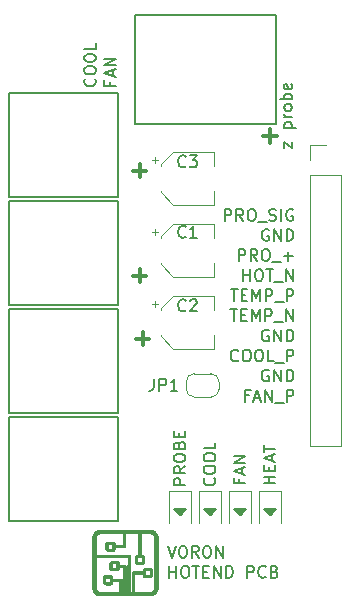
<source format=gbr>
G04 #@! TF.GenerationSoftware,KiCad,Pcbnew,5.1.4-e60b266~84~ubuntu18.04.1*
G04 #@! TF.CreationDate,2019-09-27T15:55:01+08:00*
G04 #@! TF.ProjectId,head,68656164-2e6b-4696-9361-645f70636258,rev?*
G04 #@! TF.SameCoordinates,Original*
G04 #@! TF.FileFunction,Legend,Top*
G04 #@! TF.FilePolarity,Positive*
%FSLAX46Y46*%
G04 Gerber Fmt 4.6, Leading zero omitted, Abs format (unit mm)*
G04 Created by KiCad (PCBNEW 5.1.4-e60b266~84~ubuntu18.04.1) date 2019-09-27 15:55:01*
%MOMM*%
%LPD*%
G04 APERTURE LIST*
%ADD10C,0.200000*%
%ADD11C,0.300000*%
%ADD12C,0.010000*%
%ADD13C,0.120000*%
%ADD14C,0.127000*%
%ADD15C,0.381000*%
%ADD16C,0.150000*%
G04 APERTURE END LIST*
D10*
X102206238Y-74040380D02*
X102539571Y-75040380D01*
X102872904Y-74040380D01*
X103396714Y-74040380D02*
X103587190Y-74040380D01*
X103682428Y-74088000D01*
X103777666Y-74183238D01*
X103825285Y-74373714D01*
X103825285Y-74707047D01*
X103777666Y-74897523D01*
X103682428Y-74992761D01*
X103587190Y-75040380D01*
X103396714Y-75040380D01*
X103301476Y-74992761D01*
X103206238Y-74897523D01*
X103158619Y-74707047D01*
X103158619Y-74373714D01*
X103206238Y-74183238D01*
X103301476Y-74088000D01*
X103396714Y-74040380D01*
X104825285Y-75040380D02*
X104491952Y-74564190D01*
X104253857Y-75040380D02*
X104253857Y-74040380D01*
X104634809Y-74040380D01*
X104730047Y-74088000D01*
X104777666Y-74135619D01*
X104825285Y-74230857D01*
X104825285Y-74373714D01*
X104777666Y-74468952D01*
X104730047Y-74516571D01*
X104634809Y-74564190D01*
X104253857Y-74564190D01*
X105444333Y-74040380D02*
X105634809Y-74040380D01*
X105730047Y-74088000D01*
X105825285Y-74183238D01*
X105872904Y-74373714D01*
X105872904Y-74707047D01*
X105825285Y-74897523D01*
X105730047Y-74992761D01*
X105634809Y-75040380D01*
X105444333Y-75040380D01*
X105349095Y-74992761D01*
X105253857Y-74897523D01*
X105206238Y-74707047D01*
X105206238Y-74373714D01*
X105253857Y-74183238D01*
X105349095Y-74088000D01*
X105444333Y-74040380D01*
X106301476Y-75040380D02*
X106301476Y-74040380D01*
X106872904Y-75040380D01*
X106872904Y-74040380D01*
X102349095Y-76740380D02*
X102349095Y-75740380D01*
X102349095Y-76216571D02*
X102920523Y-76216571D01*
X102920523Y-76740380D02*
X102920523Y-75740380D01*
X103587190Y-75740380D02*
X103777666Y-75740380D01*
X103872904Y-75788000D01*
X103968142Y-75883238D01*
X104015761Y-76073714D01*
X104015761Y-76407047D01*
X103968142Y-76597523D01*
X103872904Y-76692761D01*
X103777666Y-76740380D01*
X103587190Y-76740380D01*
X103491952Y-76692761D01*
X103396714Y-76597523D01*
X103349095Y-76407047D01*
X103349095Y-76073714D01*
X103396714Y-75883238D01*
X103491952Y-75788000D01*
X103587190Y-75740380D01*
X104301476Y-75740380D02*
X104872904Y-75740380D01*
X104587190Y-76740380D02*
X104587190Y-75740380D01*
X105206238Y-76216571D02*
X105539571Y-76216571D01*
X105682428Y-76740380D02*
X105206238Y-76740380D01*
X105206238Y-75740380D01*
X105682428Y-75740380D01*
X106111000Y-76740380D02*
X106111000Y-75740380D01*
X106682428Y-76740380D01*
X106682428Y-75740380D01*
X107158619Y-76740380D02*
X107158619Y-75740380D01*
X107396714Y-75740380D01*
X107539571Y-75788000D01*
X107634809Y-75883238D01*
X107682428Y-75978476D01*
X107730047Y-76168952D01*
X107730047Y-76311809D01*
X107682428Y-76502285D01*
X107634809Y-76597523D01*
X107539571Y-76692761D01*
X107396714Y-76740380D01*
X107158619Y-76740380D01*
X108920523Y-76740380D02*
X108920523Y-75740380D01*
X109301476Y-75740380D01*
X109396714Y-75788000D01*
X109444333Y-75835619D01*
X109491952Y-75930857D01*
X109491952Y-76073714D01*
X109444333Y-76168952D01*
X109396714Y-76216571D01*
X109301476Y-76264190D01*
X108920523Y-76264190D01*
X110491952Y-76645142D02*
X110444333Y-76692761D01*
X110301476Y-76740380D01*
X110206238Y-76740380D01*
X110063380Y-76692761D01*
X109968142Y-76597523D01*
X109920523Y-76502285D01*
X109872904Y-76311809D01*
X109872904Y-76168952D01*
X109920523Y-75978476D01*
X109968142Y-75883238D01*
X110063380Y-75788000D01*
X110206238Y-75740380D01*
X110301476Y-75740380D01*
X110444333Y-75788000D01*
X110491952Y-75835619D01*
X111253857Y-76216571D02*
X111396714Y-76264190D01*
X111444333Y-76311809D01*
X111491952Y-76407047D01*
X111491952Y-76549904D01*
X111444333Y-76645142D01*
X111396714Y-76692761D01*
X111301476Y-76740380D01*
X110920523Y-76740380D01*
X110920523Y-75740380D01*
X111253857Y-75740380D01*
X111349095Y-75788000D01*
X111396714Y-75835619D01*
X111444333Y-75930857D01*
X111444333Y-76026095D01*
X111396714Y-76121333D01*
X111349095Y-76168952D01*
X111253857Y-76216571D01*
X110920523Y-76216571D01*
X107027000Y-46523380D02*
X107027000Y-45523380D01*
X107407952Y-45523380D01*
X107503190Y-45571000D01*
X107550809Y-45618619D01*
X107598428Y-45713857D01*
X107598428Y-45856714D01*
X107550809Y-45951952D01*
X107503190Y-45999571D01*
X107407952Y-46047190D01*
X107027000Y-46047190D01*
X108598428Y-46523380D02*
X108265095Y-46047190D01*
X108027000Y-46523380D02*
X108027000Y-45523380D01*
X108407952Y-45523380D01*
X108503190Y-45571000D01*
X108550809Y-45618619D01*
X108598428Y-45713857D01*
X108598428Y-45856714D01*
X108550809Y-45951952D01*
X108503190Y-45999571D01*
X108407952Y-46047190D01*
X108027000Y-46047190D01*
X109217476Y-45523380D02*
X109407952Y-45523380D01*
X109503190Y-45571000D01*
X109598428Y-45666238D01*
X109646047Y-45856714D01*
X109646047Y-46190047D01*
X109598428Y-46380523D01*
X109503190Y-46475761D01*
X109407952Y-46523380D01*
X109217476Y-46523380D01*
X109122238Y-46475761D01*
X109027000Y-46380523D01*
X108979380Y-46190047D01*
X108979380Y-45856714D01*
X109027000Y-45666238D01*
X109122238Y-45571000D01*
X109217476Y-45523380D01*
X109836523Y-46618619D02*
X110598428Y-46618619D01*
X110788904Y-46475761D02*
X110931761Y-46523380D01*
X111169857Y-46523380D01*
X111265095Y-46475761D01*
X111312714Y-46428142D01*
X111360333Y-46332904D01*
X111360333Y-46237666D01*
X111312714Y-46142428D01*
X111265095Y-46094809D01*
X111169857Y-46047190D01*
X110979380Y-45999571D01*
X110884142Y-45951952D01*
X110836523Y-45904333D01*
X110788904Y-45809095D01*
X110788904Y-45713857D01*
X110836523Y-45618619D01*
X110884142Y-45571000D01*
X110979380Y-45523380D01*
X111217476Y-45523380D01*
X111360333Y-45571000D01*
X111788904Y-46523380D02*
X111788904Y-45523380D01*
X112788904Y-45571000D02*
X112693666Y-45523380D01*
X112550809Y-45523380D01*
X112407952Y-45571000D01*
X112312714Y-45666238D01*
X112265095Y-45761476D01*
X112217476Y-45951952D01*
X112217476Y-46094809D01*
X112265095Y-46285285D01*
X112312714Y-46380523D01*
X112407952Y-46475761D01*
X112550809Y-46523380D01*
X112646047Y-46523380D01*
X112788904Y-46475761D01*
X112836523Y-46428142D01*
X112836523Y-46094809D01*
X112646047Y-46094809D01*
X110741285Y-47271000D02*
X110646047Y-47223380D01*
X110503190Y-47223380D01*
X110360333Y-47271000D01*
X110265095Y-47366238D01*
X110217476Y-47461476D01*
X110169857Y-47651952D01*
X110169857Y-47794809D01*
X110217476Y-47985285D01*
X110265095Y-48080523D01*
X110360333Y-48175761D01*
X110503190Y-48223380D01*
X110598428Y-48223380D01*
X110741285Y-48175761D01*
X110788904Y-48128142D01*
X110788904Y-47794809D01*
X110598428Y-47794809D01*
X111217476Y-48223380D02*
X111217476Y-47223380D01*
X111788904Y-48223380D01*
X111788904Y-47223380D01*
X112265095Y-48223380D02*
X112265095Y-47223380D01*
X112503190Y-47223380D01*
X112646047Y-47271000D01*
X112741285Y-47366238D01*
X112788904Y-47461476D01*
X112836523Y-47651952D01*
X112836523Y-47794809D01*
X112788904Y-47985285D01*
X112741285Y-48080523D01*
X112646047Y-48175761D01*
X112503190Y-48223380D01*
X112265095Y-48223380D01*
X108217476Y-49923380D02*
X108217476Y-48923380D01*
X108598428Y-48923380D01*
X108693666Y-48971000D01*
X108741285Y-49018619D01*
X108788904Y-49113857D01*
X108788904Y-49256714D01*
X108741285Y-49351952D01*
X108693666Y-49399571D01*
X108598428Y-49447190D01*
X108217476Y-49447190D01*
X109788904Y-49923380D02*
X109455571Y-49447190D01*
X109217476Y-49923380D02*
X109217476Y-48923380D01*
X109598428Y-48923380D01*
X109693666Y-48971000D01*
X109741285Y-49018619D01*
X109788904Y-49113857D01*
X109788904Y-49256714D01*
X109741285Y-49351952D01*
X109693666Y-49399571D01*
X109598428Y-49447190D01*
X109217476Y-49447190D01*
X110407952Y-48923380D02*
X110598428Y-48923380D01*
X110693666Y-48971000D01*
X110788904Y-49066238D01*
X110836523Y-49256714D01*
X110836523Y-49590047D01*
X110788904Y-49780523D01*
X110693666Y-49875761D01*
X110598428Y-49923380D01*
X110407952Y-49923380D01*
X110312714Y-49875761D01*
X110217476Y-49780523D01*
X110169857Y-49590047D01*
X110169857Y-49256714D01*
X110217476Y-49066238D01*
X110312714Y-48971000D01*
X110407952Y-48923380D01*
X111027000Y-50018619D02*
X111788904Y-50018619D01*
X112027000Y-49542428D02*
X112788904Y-49542428D01*
X112407952Y-49923380D02*
X112407952Y-49161476D01*
X108598428Y-51623380D02*
X108598428Y-50623380D01*
X108598428Y-51099571D02*
X109169857Y-51099571D01*
X109169857Y-51623380D02*
X109169857Y-50623380D01*
X109836523Y-50623380D02*
X110027000Y-50623380D01*
X110122238Y-50671000D01*
X110217476Y-50766238D01*
X110265095Y-50956714D01*
X110265095Y-51290047D01*
X110217476Y-51480523D01*
X110122238Y-51575761D01*
X110027000Y-51623380D01*
X109836523Y-51623380D01*
X109741285Y-51575761D01*
X109646047Y-51480523D01*
X109598428Y-51290047D01*
X109598428Y-50956714D01*
X109646047Y-50766238D01*
X109741285Y-50671000D01*
X109836523Y-50623380D01*
X110550809Y-50623380D02*
X111122238Y-50623380D01*
X110836523Y-51623380D02*
X110836523Y-50623380D01*
X111217476Y-51718619D02*
X111979380Y-51718619D01*
X112217476Y-51623380D02*
X112217476Y-50623380D01*
X112788904Y-51623380D01*
X112788904Y-50623380D01*
X107550809Y-52323380D02*
X108122238Y-52323380D01*
X107836523Y-53323380D02*
X107836523Y-52323380D01*
X108455571Y-52799571D02*
X108788904Y-52799571D01*
X108931761Y-53323380D02*
X108455571Y-53323380D01*
X108455571Y-52323380D01*
X108931761Y-52323380D01*
X109360333Y-53323380D02*
X109360333Y-52323380D01*
X109693666Y-53037666D01*
X110027000Y-52323380D01*
X110027000Y-53323380D01*
X110503190Y-53323380D02*
X110503190Y-52323380D01*
X110884142Y-52323380D01*
X110979380Y-52371000D01*
X111027000Y-52418619D01*
X111074619Y-52513857D01*
X111074619Y-52656714D01*
X111027000Y-52751952D01*
X110979380Y-52799571D01*
X110884142Y-52847190D01*
X110503190Y-52847190D01*
X111265095Y-53418619D02*
X112027000Y-53418619D01*
X112265095Y-53323380D02*
X112265095Y-52323380D01*
X112646047Y-52323380D01*
X112741285Y-52371000D01*
X112788904Y-52418619D01*
X112836523Y-52513857D01*
X112836523Y-52656714D01*
X112788904Y-52751952D01*
X112741285Y-52799571D01*
X112646047Y-52847190D01*
X112265095Y-52847190D01*
X107503190Y-54023380D02*
X108074619Y-54023380D01*
X107788904Y-55023380D02*
X107788904Y-54023380D01*
X108407952Y-54499571D02*
X108741285Y-54499571D01*
X108884142Y-55023380D02*
X108407952Y-55023380D01*
X108407952Y-54023380D01*
X108884142Y-54023380D01*
X109312714Y-55023380D02*
X109312714Y-54023380D01*
X109646047Y-54737666D01*
X109979380Y-54023380D01*
X109979380Y-55023380D01*
X110455571Y-55023380D02*
X110455571Y-54023380D01*
X110836523Y-54023380D01*
X110931761Y-54071000D01*
X110979380Y-54118619D01*
X111027000Y-54213857D01*
X111027000Y-54356714D01*
X110979380Y-54451952D01*
X110931761Y-54499571D01*
X110836523Y-54547190D01*
X110455571Y-54547190D01*
X111217476Y-55118619D02*
X111979380Y-55118619D01*
X112217476Y-55023380D02*
X112217476Y-54023380D01*
X112788904Y-55023380D01*
X112788904Y-54023380D01*
X110741285Y-55771000D02*
X110646047Y-55723380D01*
X110503190Y-55723380D01*
X110360333Y-55771000D01*
X110265095Y-55866238D01*
X110217476Y-55961476D01*
X110169857Y-56151952D01*
X110169857Y-56294809D01*
X110217476Y-56485285D01*
X110265095Y-56580523D01*
X110360333Y-56675761D01*
X110503190Y-56723380D01*
X110598428Y-56723380D01*
X110741285Y-56675761D01*
X110788904Y-56628142D01*
X110788904Y-56294809D01*
X110598428Y-56294809D01*
X111217476Y-56723380D02*
X111217476Y-55723380D01*
X111788904Y-56723380D01*
X111788904Y-55723380D01*
X112265095Y-56723380D02*
X112265095Y-55723380D01*
X112503190Y-55723380D01*
X112646047Y-55771000D01*
X112741285Y-55866238D01*
X112788904Y-55961476D01*
X112836523Y-56151952D01*
X112836523Y-56294809D01*
X112788904Y-56485285D01*
X112741285Y-56580523D01*
X112646047Y-56675761D01*
X112503190Y-56723380D01*
X112265095Y-56723380D01*
X108169857Y-58328142D02*
X108122238Y-58375761D01*
X107979380Y-58423380D01*
X107884142Y-58423380D01*
X107741285Y-58375761D01*
X107646047Y-58280523D01*
X107598428Y-58185285D01*
X107550809Y-57994809D01*
X107550809Y-57851952D01*
X107598428Y-57661476D01*
X107646047Y-57566238D01*
X107741285Y-57471000D01*
X107884142Y-57423380D01*
X107979380Y-57423380D01*
X108122238Y-57471000D01*
X108169857Y-57518619D01*
X108788904Y-57423380D02*
X108979380Y-57423380D01*
X109074619Y-57471000D01*
X109169857Y-57566238D01*
X109217476Y-57756714D01*
X109217476Y-58090047D01*
X109169857Y-58280523D01*
X109074619Y-58375761D01*
X108979380Y-58423380D01*
X108788904Y-58423380D01*
X108693666Y-58375761D01*
X108598428Y-58280523D01*
X108550809Y-58090047D01*
X108550809Y-57756714D01*
X108598428Y-57566238D01*
X108693666Y-57471000D01*
X108788904Y-57423380D01*
X109836523Y-57423380D02*
X110027000Y-57423380D01*
X110122238Y-57471000D01*
X110217476Y-57566238D01*
X110265095Y-57756714D01*
X110265095Y-58090047D01*
X110217476Y-58280523D01*
X110122238Y-58375761D01*
X110027000Y-58423380D01*
X109836523Y-58423380D01*
X109741285Y-58375761D01*
X109646047Y-58280523D01*
X109598428Y-58090047D01*
X109598428Y-57756714D01*
X109646047Y-57566238D01*
X109741285Y-57471000D01*
X109836523Y-57423380D01*
X111169857Y-58423380D02*
X110693666Y-58423380D01*
X110693666Y-57423380D01*
X111265095Y-58518619D02*
X112027000Y-58518619D01*
X112265095Y-58423380D02*
X112265095Y-57423380D01*
X112646047Y-57423380D01*
X112741285Y-57471000D01*
X112788904Y-57518619D01*
X112836523Y-57613857D01*
X112836523Y-57756714D01*
X112788904Y-57851952D01*
X112741285Y-57899571D01*
X112646047Y-57947190D01*
X112265095Y-57947190D01*
X110741285Y-59171000D02*
X110646047Y-59123380D01*
X110503190Y-59123380D01*
X110360333Y-59171000D01*
X110265095Y-59266238D01*
X110217476Y-59361476D01*
X110169857Y-59551952D01*
X110169857Y-59694809D01*
X110217476Y-59885285D01*
X110265095Y-59980523D01*
X110360333Y-60075761D01*
X110503190Y-60123380D01*
X110598428Y-60123380D01*
X110741285Y-60075761D01*
X110788904Y-60028142D01*
X110788904Y-59694809D01*
X110598428Y-59694809D01*
X111217476Y-60123380D02*
X111217476Y-59123380D01*
X111788904Y-60123380D01*
X111788904Y-59123380D01*
X112265095Y-60123380D02*
X112265095Y-59123380D01*
X112503190Y-59123380D01*
X112646047Y-59171000D01*
X112741285Y-59266238D01*
X112788904Y-59361476D01*
X112836523Y-59551952D01*
X112836523Y-59694809D01*
X112788904Y-59885285D01*
X112741285Y-59980523D01*
X112646047Y-60075761D01*
X112503190Y-60123380D01*
X112265095Y-60123380D01*
X109074619Y-61299571D02*
X108741285Y-61299571D01*
X108741285Y-61823380D02*
X108741285Y-60823380D01*
X109217476Y-60823380D01*
X109550809Y-61537666D02*
X110027000Y-61537666D01*
X109455571Y-61823380D02*
X109788904Y-60823380D01*
X110122238Y-61823380D01*
X110455571Y-61823380D02*
X110455571Y-60823380D01*
X111027000Y-61823380D01*
X111027000Y-60823380D01*
X111265095Y-61918619D02*
X112027000Y-61918619D01*
X112265095Y-61823380D02*
X112265095Y-60823380D01*
X112646047Y-60823380D01*
X112741285Y-60871000D01*
X112788904Y-60918619D01*
X112836523Y-61013857D01*
X112836523Y-61156714D01*
X112788904Y-61251952D01*
X112741285Y-61299571D01*
X112646047Y-61347190D01*
X112265095Y-61347190D01*
X96027142Y-34493476D02*
X96074761Y-34541095D01*
X96122380Y-34683952D01*
X96122380Y-34779190D01*
X96074761Y-34922047D01*
X95979523Y-35017285D01*
X95884285Y-35064904D01*
X95693809Y-35112523D01*
X95550952Y-35112523D01*
X95360476Y-35064904D01*
X95265238Y-35017285D01*
X95170000Y-34922047D01*
X95122380Y-34779190D01*
X95122380Y-34683952D01*
X95170000Y-34541095D01*
X95217619Y-34493476D01*
X95122380Y-33874428D02*
X95122380Y-33683952D01*
X95170000Y-33588714D01*
X95265238Y-33493476D01*
X95455714Y-33445857D01*
X95789047Y-33445857D01*
X95979523Y-33493476D01*
X96074761Y-33588714D01*
X96122380Y-33683952D01*
X96122380Y-33874428D01*
X96074761Y-33969666D01*
X95979523Y-34064904D01*
X95789047Y-34112523D01*
X95455714Y-34112523D01*
X95265238Y-34064904D01*
X95170000Y-33969666D01*
X95122380Y-33874428D01*
X95122380Y-32826809D02*
X95122380Y-32636333D01*
X95170000Y-32541095D01*
X95265238Y-32445857D01*
X95455714Y-32398238D01*
X95789047Y-32398238D01*
X95979523Y-32445857D01*
X96074761Y-32541095D01*
X96122380Y-32636333D01*
X96122380Y-32826809D01*
X96074761Y-32922047D01*
X95979523Y-33017285D01*
X95789047Y-33064904D01*
X95455714Y-33064904D01*
X95265238Y-33017285D01*
X95170000Y-32922047D01*
X95122380Y-32826809D01*
X96122380Y-31493476D02*
X96122380Y-31969666D01*
X95122380Y-31969666D01*
X97298571Y-34731571D02*
X97298571Y-35064904D01*
X97822380Y-35064904D02*
X96822380Y-35064904D01*
X96822380Y-34588714D01*
X97536666Y-34255380D02*
X97536666Y-33779190D01*
X97822380Y-34350619D02*
X96822380Y-34017285D01*
X97822380Y-33683952D01*
X97822380Y-33350619D02*
X96822380Y-33350619D01*
X97822380Y-32779190D01*
X96822380Y-32779190D01*
D11*
X100647428Y-56495142D02*
X99504571Y-56495142D01*
X100076000Y-57066571D02*
X100076000Y-55923714D01*
X100393428Y-51161142D02*
X99250571Y-51161142D01*
X99822000Y-51732571D02*
X99822000Y-50589714D01*
X100393428Y-42271142D02*
X99250571Y-42271142D01*
X99822000Y-42842571D02*
X99822000Y-41699714D01*
X111442428Y-39350142D02*
X110299571Y-39350142D01*
X110871000Y-39921571D02*
X110871000Y-38778714D01*
D12*
G36*
X97752123Y-72682838D02*
G01*
X97922306Y-72682891D01*
X98104199Y-72682980D01*
X98298085Y-72683104D01*
X98504250Y-72683262D01*
X98609150Y-72683352D01*
X100803075Y-72685275D01*
X100860225Y-72702922D01*
X100902207Y-72717535D01*
X100947570Y-72736090D01*
X100992410Y-72756786D01*
X101032825Y-72777819D01*
X101064912Y-72797389D01*
X101065166Y-72797563D01*
X101093398Y-72819358D01*
X101126078Y-72848373D01*
X101160175Y-72881563D01*
X101192657Y-72915885D01*
X101220494Y-72948295D01*
X101236736Y-72969859D01*
X101275744Y-73032542D01*
X101306012Y-73095740D01*
X101322537Y-73140334D01*
X101325495Y-73148898D01*
X101328270Y-73156599D01*
X101330870Y-73163843D01*
X101333300Y-73171034D01*
X101335565Y-73178578D01*
X101337672Y-73186880D01*
X101339625Y-73196344D01*
X101341432Y-73207376D01*
X101343097Y-73220381D01*
X101344626Y-73235764D01*
X101346025Y-73253930D01*
X101347300Y-73275284D01*
X101348457Y-73300231D01*
X101349501Y-73329175D01*
X101350437Y-73362523D01*
X101351273Y-73400679D01*
X101352013Y-73444049D01*
X101352663Y-73493036D01*
X101353228Y-73548047D01*
X101353716Y-73609486D01*
X101354131Y-73677759D01*
X101354479Y-73753270D01*
X101354766Y-73836424D01*
X101354997Y-73927627D01*
X101355179Y-74027284D01*
X101355317Y-74135799D01*
X101355416Y-74253577D01*
X101355484Y-74381025D01*
X101355524Y-74518546D01*
X101355543Y-74666546D01*
X101355548Y-74825430D01*
X101355542Y-74995602D01*
X101355533Y-75177469D01*
X101355526Y-75371434D01*
X101355525Y-75469750D01*
X101355525Y-77670025D01*
X101337728Y-77733301D01*
X101313359Y-77805690D01*
X101282348Y-77875003D01*
X101246745Y-77936703D01*
X101244111Y-77940654D01*
X101220003Y-77972761D01*
X101188960Y-78008755D01*
X101154178Y-78045333D01*
X101118851Y-78079191D01*
X101086175Y-78107025D01*
X101075247Y-78115243D01*
X101041027Y-78137130D01*
X100998594Y-78160253D01*
X100952032Y-78182672D01*
X100905423Y-78202449D01*
X100862854Y-78217645D01*
X100853875Y-78220342D01*
X100803075Y-78234930D01*
X98596450Y-78235924D01*
X98429474Y-78235984D01*
X98265607Y-78236012D01*
X98105315Y-78236009D01*
X97949062Y-78235976D01*
X97797313Y-78235914D01*
X97650534Y-78235823D01*
X97509189Y-78235706D01*
X97373744Y-78235562D01*
X97244663Y-78235393D01*
X97122411Y-78235200D01*
X97007454Y-78234983D01*
X96900257Y-78234743D01*
X96801284Y-78234482D01*
X96711001Y-78234200D01*
X96629872Y-78233898D01*
X96558363Y-78233577D01*
X96496939Y-78233239D01*
X96446064Y-78232883D01*
X96406205Y-78232512D01*
X96377825Y-78232125D01*
X96361390Y-78231724D01*
X96357393Y-78231467D01*
X96297496Y-78217380D01*
X96233670Y-78195343D01*
X96170097Y-78167174D01*
X96110960Y-78134695D01*
X96067870Y-78105487D01*
X96029997Y-78073620D01*
X95990391Y-78034813D01*
X95952248Y-77992583D01*
X95918764Y-77950448D01*
X95895210Y-77915443D01*
X95865204Y-77858436D01*
X95838542Y-77794436D01*
X95817454Y-77729100D01*
X95810227Y-77700093D01*
X95809235Y-77695113D01*
X95808304Y-77689086D01*
X95807433Y-77681612D01*
X95806619Y-77672289D01*
X95805861Y-77660717D01*
X95805157Y-77646494D01*
X95804504Y-77629219D01*
X95803902Y-77608490D01*
X95803347Y-77583907D01*
X95802838Y-77555069D01*
X95802373Y-77521573D01*
X95801950Y-77483020D01*
X95801566Y-77439007D01*
X95801221Y-77389133D01*
X95800912Y-77332998D01*
X95800637Y-77270200D01*
X95800395Y-77200338D01*
X95800182Y-77123010D01*
X95799998Y-77037816D01*
X95799840Y-76944354D01*
X95799706Y-76842224D01*
X95799595Y-76731023D01*
X95799504Y-76610350D01*
X95799432Y-76479805D01*
X95799376Y-76338987D01*
X95799334Y-76187493D01*
X95799305Y-76024923D01*
X95799287Y-75850876D01*
X95799277Y-75664950D01*
X95799275Y-75466744D01*
X95799275Y-74980800D01*
X96100753Y-74980800D01*
X96102414Y-76309537D01*
X96104075Y-77638275D01*
X96121190Y-77685143D01*
X96149990Y-77746463D01*
X96188588Y-77801316D01*
X96235580Y-77848557D01*
X96289559Y-77887039D01*
X96349123Y-77915616D01*
X96412865Y-77933141D01*
X96427925Y-77935482D01*
X96436517Y-77935788D01*
X96457043Y-77936074D01*
X96488738Y-77936338D01*
X96530836Y-77936578D01*
X96582572Y-77936793D01*
X96643180Y-77936980D01*
X96711894Y-77937139D01*
X96787948Y-77937267D01*
X96870578Y-77937364D01*
X96959017Y-77937426D01*
X97052500Y-77937453D01*
X97150261Y-77937442D01*
X97251534Y-77937392D01*
X97278825Y-77937372D01*
X98110675Y-77936725D01*
X98112303Y-77474762D01*
X98113932Y-77012800D01*
X97524575Y-77012800D01*
X97522129Y-77093762D01*
X97520831Y-77128572D01*
X97519052Y-77153715D01*
X97516278Y-77172223D01*
X97511997Y-77187129D01*
X97505694Y-77201465D01*
X97503010Y-77206729D01*
X97478954Y-77242238D01*
X97447395Y-77273328D01*
X97412106Y-77296527D01*
X97399102Y-77302323D01*
X97390259Y-77305425D01*
X97380525Y-77307951D01*
X97368557Y-77309957D01*
X97353017Y-77311504D01*
X97332562Y-77312650D01*
X97305851Y-77313454D01*
X97271545Y-77313974D01*
X97228301Y-77314270D01*
X97174778Y-77314400D01*
X97123250Y-77314425D01*
X97060946Y-77314401D01*
X97010013Y-77314286D01*
X96969121Y-77314014D01*
X96936940Y-77313519D01*
X96912140Y-77312735D01*
X96893392Y-77311597D01*
X96879366Y-77310037D01*
X96868732Y-77307991D01*
X96860161Y-77305393D01*
X96852322Y-77302176D01*
X96849422Y-77300852D01*
X96806511Y-77274519D01*
X96772945Y-77239639D01*
X96748925Y-77196479D01*
X96735378Y-77149409D01*
X96733446Y-77131523D01*
X96731986Y-77101878D01*
X96731012Y-77061404D01*
X96730543Y-77011034D01*
X96730592Y-76951699D01*
X96731039Y-76896266D01*
X96731761Y-76836535D01*
X96732541Y-76788088D01*
X96733456Y-76749506D01*
X96734534Y-76720700D01*
X96932750Y-76720700D01*
X96932750Y-77120750D01*
X97326450Y-77120750D01*
X97326450Y-76720700D01*
X96932750Y-76720700D01*
X96734534Y-76720700D01*
X96734584Y-76719371D01*
X96736003Y-76696267D01*
X96737793Y-76678776D01*
X96740031Y-76665481D01*
X96742795Y-76654963D01*
X96744657Y-76649614D01*
X96764639Y-76612549D01*
X96794099Y-76578772D01*
X96829816Y-76551731D01*
X96842488Y-76544844D01*
X96878775Y-76527025D01*
X97126425Y-76527025D01*
X97188989Y-76527037D01*
X97240188Y-76527122D01*
X97281352Y-76527352D01*
X97313816Y-76527799D01*
X97338913Y-76528533D01*
X97357975Y-76529627D01*
X97372337Y-76531153D01*
X97383331Y-76533182D01*
X97392290Y-76535786D01*
X97400547Y-76539037D01*
X97407540Y-76542149D01*
X97440976Y-76562640D01*
X97471943Y-76591331D01*
X97497076Y-76624540D01*
X97512538Y-76657088D01*
X97519508Y-76689167D01*
X97522902Y-76731701D01*
X97523300Y-76756354D01*
X97523300Y-76822300D01*
X98232621Y-76822300D01*
X98253614Y-76836587D01*
X98271437Y-76851098D01*
X98286775Y-76867338D01*
X98287891Y-76868800D01*
X98290261Y-76872175D01*
X98292334Y-76876038D01*
X98294133Y-76881222D01*
X98295681Y-76888559D01*
X98297001Y-76898881D01*
X98298115Y-76913022D01*
X98299047Y-76931813D01*
X98299820Y-76956089D01*
X98300456Y-76986680D01*
X98300978Y-77024421D01*
X98301410Y-77070143D01*
X98301775Y-77124679D01*
X98302095Y-77188862D01*
X98302393Y-77263524D01*
X98302693Y-77349499D01*
X98302904Y-77413519D01*
X98304634Y-77940313D01*
X98375929Y-77938519D01*
X98447225Y-77936725D01*
X98448831Y-76884212D01*
X98450437Y-75831700D01*
X98056700Y-75831700D01*
X98056700Y-75900418D01*
X98055505Y-75944873D01*
X98051248Y-75979768D01*
X98042915Y-76008077D01*
X98029497Y-76032772D01*
X98009982Y-76056827D01*
X97999957Y-76067220D01*
X97986298Y-76080724D01*
X97973877Y-76091919D01*
X97961395Y-76101011D01*
X97947554Y-76108208D01*
X97931055Y-76113716D01*
X97910598Y-76117741D01*
X97884884Y-76120491D01*
X97852614Y-76122171D01*
X97812489Y-76122990D01*
X97763210Y-76123153D01*
X97703478Y-76122867D01*
X97652575Y-76122494D01*
X97405825Y-76120625D01*
X97374075Y-76103729D01*
X97332676Y-76074924D01*
X97299986Y-76037011D01*
X97287447Y-76015850D01*
X97272475Y-75987275D01*
X97272475Y-75533250D01*
X97466150Y-75533250D01*
X97466150Y-75926950D01*
X97859850Y-75926950D01*
X97859850Y-75533250D01*
X97466150Y-75533250D01*
X97272475Y-75533250D01*
X97272475Y-75472925D01*
X97289370Y-75441175D01*
X97316371Y-75401539D01*
X97351070Y-75370973D01*
X97383600Y-75352722D01*
X97418525Y-75336524D01*
X97660281Y-75336462D01*
X97727571Y-75336479D01*
X97783479Y-75336716D01*
X97829323Y-75337392D01*
X97866419Y-75338727D01*
X97896086Y-75340939D01*
X97919641Y-75344249D01*
X97938403Y-75348877D01*
X97953687Y-75355041D01*
X97966813Y-75362962D01*
X97979098Y-75372859D01*
X97991860Y-75384952D01*
X98000020Y-75393079D01*
X98021461Y-75416538D01*
X98036877Y-75439265D01*
X98047188Y-75464062D01*
X98053309Y-75493729D01*
X98056158Y-75531067D01*
X98056700Y-75566131D01*
X98056700Y-75641200D01*
X98307728Y-75641200D01*
X98374244Y-75641242D01*
X98429295Y-75641457D01*
X98474115Y-75641977D01*
X98509939Y-75642932D01*
X98538000Y-75644453D01*
X98559535Y-75646673D01*
X98575777Y-75649723D01*
X98587961Y-75653734D01*
X98597322Y-75658837D01*
X98605093Y-75665163D01*
X98612510Y-75672845D01*
X98613303Y-75673719D01*
X98624057Y-75690033D01*
X98632846Y-75710659D01*
X98633905Y-75714225D01*
X98634878Y-75722525D01*
X98635771Y-75740164D01*
X98636586Y-75767391D01*
X98637325Y-75804455D01*
X98637989Y-75851609D01*
X98638580Y-75909101D01*
X98639099Y-75977182D01*
X98639548Y-76056102D01*
X98639929Y-76146113D01*
X98640242Y-76247462D01*
X98640490Y-76360402D01*
X98640674Y-76485183D01*
X98640796Y-76622054D01*
X98640856Y-76771266D01*
X98640864Y-76839957D01*
X98640900Y-77940290D01*
X98718687Y-77938507D01*
X98796475Y-77936725D01*
X98798075Y-76458762D01*
X98799676Y-74980800D01*
X96100753Y-74980800D01*
X95799275Y-74980800D01*
X95799275Y-74790216D01*
X96100648Y-74790216D01*
X97517280Y-74791845D01*
X98933911Y-74793475D01*
X98958855Y-74820216D01*
X98983800Y-74846958D01*
X98983800Y-76389195D01*
X98983817Y-76528288D01*
X98983870Y-76664046D01*
X98983956Y-76795921D01*
X98984074Y-76923366D01*
X98984222Y-77045833D01*
X98984399Y-77162774D01*
X98984602Y-77273642D01*
X98984831Y-77377889D01*
X98985084Y-77474967D01*
X98985359Y-77564330D01*
X98985655Y-77645429D01*
X98985971Y-77717717D01*
X98986303Y-77780647D01*
X98986652Y-77833669D01*
X98987016Y-77876238D01*
X98987392Y-77907806D01*
X98987780Y-77927824D01*
X98988177Y-77935745D01*
X98988218Y-77935852D01*
X98995943Y-77937424D01*
X99013721Y-77938448D01*
X99038915Y-77938837D01*
X99068886Y-77938504D01*
X99069181Y-77938497D01*
X99145725Y-77936725D01*
X99152075Y-76266675D01*
X99166280Y-76246759D01*
X99171774Y-76239099D01*
X99177159Y-76232473D01*
X99183347Y-76226806D01*
X99191250Y-76222025D01*
X99201780Y-76218052D01*
X99215846Y-76214815D01*
X99234361Y-76212237D01*
X99258236Y-76210243D01*
X99288382Y-76208759D01*
X99325711Y-76207709D01*
X99371135Y-76207019D01*
X99425563Y-76206613D01*
X99489909Y-76206416D01*
X99565083Y-76206353D01*
X99651996Y-76206349D01*
X99657028Y-76206350D01*
X100082350Y-76206350D01*
X100082350Y-76137514D01*
X100082463Y-76123800D01*
X100279200Y-76123800D01*
X100279200Y-76517500D01*
X100672900Y-76517500D01*
X100672900Y-76123800D01*
X100279200Y-76123800D01*
X100082463Y-76123800D01*
X100082611Y-76106085D01*
X100083842Y-76083653D01*
X100086708Y-76066518D01*
X100091877Y-76050981D01*
X100100016Y-76033342D01*
X100101768Y-76029818D01*
X100121341Y-75997069D01*
X100144772Y-75971884D01*
X100175525Y-75950991D01*
X100196650Y-75940222D01*
X100231575Y-75923775D01*
X100472875Y-75923775D01*
X100535226Y-75923815D01*
X100586229Y-75923976D01*
X100627236Y-75924319D01*
X100659599Y-75924902D01*
X100684671Y-75925787D01*
X100703802Y-75927032D01*
X100718346Y-75928698D01*
X100729653Y-75930846D01*
X100739076Y-75933534D01*
X100745552Y-75935876D01*
X100781196Y-75955312D01*
X100814583Y-75983925D01*
X100841971Y-76018282D01*
X100849680Y-76031470D01*
X100866575Y-76063475D01*
X100866575Y-76317475D01*
X100866553Y-76381062D01*
X100866448Y-76433248D01*
X100866196Y-76475333D01*
X100865735Y-76508617D01*
X100865002Y-76534397D01*
X100863935Y-76553974D01*
X100862472Y-76568647D01*
X100860548Y-76579716D01*
X100858103Y-76588479D01*
X100855074Y-76596236D01*
X100852927Y-76600997D01*
X100831877Y-76634730D01*
X100802546Y-76666084D01*
X100769213Y-76690782D01*
X100756397Y-76697527D01*
X100748568Y-76700961D01*
X100740520Y-76703765D01*
X100730943Y-76706003D01*
X100718528Y-76707738D01*
X100701965Y-76709035D01*
X100679944Y-76709957D01*
X100651158Y-76710567D01*
X100614295Y-76710931D01*
X100568047Y-76711110D01*
X100511104Y-76711170D01*
X100476050Y-76711175D01*
X100225225Y-76711175D01*
X100188938Y-76693355D01*
X100163279Y-76677795D01*
X100138444Y-76657977D01*
X100127502Y-76646966D01*
X100110289Y-76625045D01*
X100097904Y-76602650D01*
X100089640Y-76577134D01*
X100084788Y-76545847D01*
X100082638Y-76506141D01*
X100082350Y-76478268D01*
X100082350Y-76396850D01*
X99339400Y-76396850D01*
X99339400Y-77940271D01*
X100042662Y-77938428D01*
X100152589Y-77938132D01*
X100250546Y-77937841D01*
X100337264Y-77937543D01*
X100413473Y-77937225D01*
X100479904Y-77936873D01*
X100537286Y-77936473D01*
X100586351Y-77936013D01*
X100627829Y-77935479D01*
X100662449Y-77934858D01*
X100690943Y-77934136D01*
X100714041Y-77933300D01*
X100732473Y-77932337D01*
X100746970Y-77931233D01*
X100758262Y-77929975D01*
X100767079Y-77928549D01*
X100774151Y-77926943D01*
X100780210Y-77925142D01*
X100780850Y-77924931D01*
X100845627Y-77897604D01*
X100903446Y-77861618D01*
X100952954Y-77818080D01*
X100992801Y-77768095D01*
X101011028Y-77736434D01*
X101014912Y-77729099D01*
X101018554Y-77722824D01*
X101021965Y-77717205D01*
X101025150Y-77711839D01*
X101028118Y-77706319D01*
X101030877Y-77700242D01*
X101033433Y-77693203D01*
X101035795Y-77684797D01*
X101037970Y-77674621D01*
X101039966Y-77662268D01*
X101041790Y-77647336D01*
X101043450Y-77629418D01*
X101044954Y-77608111D01*
X101046309Y-77583010D01*
X101047523Y-77553711D01*
X101048603Y-77519808D01*
X101049558Y-77480898D01*
X101050394Y-77436575D01*
X101051120Y-77386436D01*
X101051742Y-77330075D01*
X101052269Y-77267088D01*
X101052709Y-77197071D01*
X101053068Y-77119618D01*
X101053355Y-77034326D01*
X101053577Y-76940790D01*
X101053741Y-76838604D01*
X101053856Y-76727366D01*
X101053928Y-76606669D01*
X101053967Y-76476110D01*
X101053978Y-76335284D01*
X101053970Y-76183786D01*
X101053951Y-76021212D01*
X101053928Y-75847157D01*
X101053908Y-75661216D01*
X101053900Y-75462986D01*
X101053900Y-75460225D01*
X101053908Y-75261833D01*
X101053927Y-75075736D01*
X101053949Y-74901531D01*
X101053968Y-74738812D01*
X101053975Y-74587175D01*
X101053964Y-74446216D01*
X101053925Y-74315529D01*
X101053853Y-74194711D01*
X101053738Y-74083356D01*
X101053575Y-73981061D01*
X101053354Y-73887421D01*
X101053070Y-73802032D01*
X101052713Y-73724488D01*
X101052277Y-73654385D01*
X101051755Y-73591319D01*
X101051137Y-73534886D01*
X101050418Y-73484680D01*
X101049589Y-73440298D01*
X101048643Y-73401335D01*
X101047572Y-73367385D01*
X101046369Y-73338046D01*
X101045027Y-73312912D01*
X101043537Y-73291578D01*
X101041892Y-73273641D01*
X101040085Y-73258695D01*
X101038108Y-73246337D01*
X101035953Y-73236161D01*
X101033613Y-73227763D01*
X101031081Y-73220740D01*
X101028349Y-73214685D01*
X101025409Y-73209195D01*
X101022254Y-73203865D01*
X101018877Y-73198290D01*
X101015269Y-73192067D01*
X101011473Y-73184892D01*
X100978019Y-73131816D01*
X100934300Y-73084432D01*
X100881986Y-73044094D01*
X100822749Y-73012157D01*
X100777675Y-72995407D01*
X100769343Y-72993065D01*
X100760110Y-72991056D01*
X100748984Y-72989357D01*
X100734976Y-72987940D01*
X100717094Y-72986782D01*
X100694350Y-72985855D01*
X100665751Y-72985135D01*
X100630309Y-72984595D01*
X100587032Y-72984212D01*
X100534930Y-72983959D01*
X100473012Y-72983810D01*
X100400289Y-72983740D01*
X100323650Y-72983725D01*
X99907725Y-72983725D01*
X99906115Y-73889420D01*
X99904506Y-74795115D01*
X99982972Y-74797727D01*
X100016823Y-74799076D01*
X100041361Y-74800919D01*
X100059971Y-74803909D01*
X100076037Y-74808699D01*
X100092945Y-74815943D01*
X100103285Y-74820941D01*
X100139208Y-74842798D01*
X100167720Y-74870458D01*
X100192154Y-74907221D01*
X100194192Y-74910950D01*
X100197217Y-74917316D01*
X100199707Y-74924969D01*
X100201727Y-74935173D01*
X100203339Y-74949191D01*
X100204607Y-74968289D01*
X100205596Y-74993732D01*
X100206368Y-75026785D01*
X100206988Y-75068711D01*
X100207518Y-75120776D01*
X100208024Y-75184244D01*
X100208037Y-75186003D01*
X100209899Y-75438832D01*
X100194695Y-75472043D01*
X100169662Y-75514758D01*
X100137718Y-75547548D01*
X100102553Y-75569507D01*
X100066475Y-75587225D01*
X99815650Y-75587225D01*
X99752519Y-75587204D01*
X99700778Y-75587100D01*
X99659114Y-75586847D01*
X99626218Y-75586382D01*
X99600777Y-75585638D01*
X99581482Y-75584552D01*
X99567020Y-75583060D01*
X99556081Y-75581095D01*
X99547353Y-75578594D01*
X99539527Y-75575492D01*
X99534855Y-75573380D01*
X99500120Y-75551519D01*
X99468667Y-75521043D01*
X99444164Y-75485893D01*
X99435037Y-75466152D01*
X99431650Y-75456497D01*
X99428902Y-75446541D01*
X99426727Y-75434898D01*
X99425058Y-75420182D01*
X99423829Y-75401006D01*
X99422973Y-75375983D01*
X99422424Y-75343729D01*
X99422114Y-75302855D01*
X99421978Y-75251977D01*
X99421950Y-75193525D01*
X99422020Y-75126437D01*
X99422372Y-75070723D01*
X99423213Y-75025057D01*
X99424263Y-74999850D01*
X99618800Y-74999850D01*
X99618800Y-75393550D01*
X100012500Y-75393550D01*
X100012500Y-74999850D01*
X99618800Y-74999850D01*
X99424263Y-74999850D01*
X99424752Y-74988112D01*
X99427198Y-74958562D01*
X99430758Y-74935081D01*
X99435642Y-74916342D01*
X99442059Y-74901021D01*
X99450216Y-74887789D01*
X99460322Y-74875322D01*
X99472586Y-74862293D01*
X99474317Y-74860523D01*
X99502368Y-74835782D01*
X99532303Y-74818146D01*
X99566963Y-74806555D01*
X99609188Y-74799950D01*
X99642612Y-74797807D01*
X99714050Y-74795051D01*
X99714050Y-72980479D01*
X99166362Y-72982102D01*
X98618675Y-72983725D01*
X98615500Y-73552050D01*
X98614962Y-73651451D01*
X98614495Y-73738942D01*
X98614041Y-73815314D01*
X98613547Y-73881355D01*
X98612957Y-73937856D01*
X98612217Y-73985605D01*
X98611271Y-74025394D01*
X98610064Y-74058011D01*
X98608542Y-74084246D01*
X98606649Y-74104889D01*
X98604330Y-74120729D01*
X98601531Y-74132557D01*
X98598196Y-74141161D01*
X98594270Y-74147332D01*
X98589699Y-74151860D01*
X98584428Y-74155533D01*
X98578400Y-74159143D01*
X98572987Y-74162521D01*
X98568921Y-74164856D01*
X98563709Y-74166861D01*
X98556410Y-74168559D01*
X98546087Y-74169977D01*
X98531801Y-74171141D01*
X98512611Y-74172075D01*
X98487581Y-74172804D01*
X98455770Y-74173354D01*
X98416240Y-74173751D01*
X98368053Y-74174019D01*
X98310268Y-74174183D01*
X98241948Y-74174270D01*
X98162153Y-74174304D01*
X98135373Y-74174308D01*
X97715571Y-74174350D01*
X97712062Y-74245787D01*
X97709395Y-74281608D01*
X97705307Y-74314028D01*
X97700328Y-74339234D01*
X97698000Y-74347035D01*
X97680395Y-74381254D01*
X97654029Y-74413472D01*
X97622649Y-74439494D01*
X97607566Y-74448227D01*
X97599447Y-74452128D01*
X97591469Y-74455302D01*
X97582267Y-74457834D01*
X97570474Y-74459815D01*
X97554724Y-74461330D01*
X97533652Y-74462469D01*
X97505891Y-74463318D01*
X97470075Y-74463966D01*
X97424838Y-74464500D01*
X97368814Y-74465008D01*
X97343068Y-74465224D01*
X97282012Y-74465702D01*
X97232203Y-74465978D01*
X97192187Y-74465992D01*
X97160513Y-74465681D01*
X97135727Y-74464987D01*
X97116378Y-74463848D01*
X97101012Y-74462204D01*
X97088177Y-74459994D01*
X97076421Y-74457158D01*
X97064290Y-74453636D01*
X97064149Y-74453593D01*
X97039865Y-74445283D01*
X97020918Y-74435766D01*
X97002905Y-74422263D01*
X96981424Y-74401996D01*
X96979759Y-74400335D01*
X96965428Y-74385816D01*
X96953562Y-74372651D01*
X96943937Y-74359519D01*
X96936332Y-74345097D01*
X96930525Y-74328065D01*
X96926294Y-74307101D01*
X96923417Y-74280883D01*
X96921671Y-74248089D01*
X96920836Y-74207399D01*
X96920687Y-74157489D01*
X96920697Y-74155574D01*
X97117961Y-74155574D01*
X97118066Y-74194218D01*
X97118369Y-74225631D01*
X97118857Y-74248173D01*
X97119521Y-74260202D01*
X97119778Y-74261593D01*
X97123494Y-74263968D01*
X97133344Y-74265860D01*
X97150408Y-74267311D01*
X97175770Y-74268367D01*
X97210511Y-74269071D01*
X97255713Y-74269467D01*
X97312458Y-74269599D01*
X97316725Y-74269600D01*
X97510600Y-74269600D01*
X97510600Y-73869366D01*
X97315337Y-73871045D01*
X97120075Y-73872725D01*
X97118390Y-74063155D01*
X97118065Y-74111340D01*
X97117961Y-74155574D01*
X96920697Y-74155574D01*
X96921005Y-74097040D01*
X96921346Y-74052661D01*
X96923225Y-73815575D01*
X96940119Y-73783570D01*
X96964412Y-73747980D01*
X96996059Y-73716891D01*
X97031318Y-73693736D01*
X97044247Y-73687976D01*
X97053090Y-73684874D01*
X97062824Y-73682348D01*
X97074792Y-73680342D01*
X97090332Y-73678795D01*
X97110787Y-73677649D01*
X97137498Y-73676845D01*
X97171804Y-73676325D01*
X97215048Y-73676029D01*
X97268571Y-73675899D01*
X97320100Y-73675875D01*
X97564575Y-73675875D01*
X97600861Y-73693694D01*
X97637538Y-73717398D01*
X97669021Y-73748714D01*
X97692172Y-73784264D01*
X97698234Y-73798464D01*
X97704434Y-73823507D01*
X97709137Y-73859515D01*
X97712126Y-73904819D01*
X97712177Y-73906062D01*
X97715333Y-73983849D01*
X98073380Y-73983849D01*
X98431426Y-73983850D01*
X98429800Y-73483787D01*
X98428175Y-72983725D01*
X97421700Y-72983725D01*
X97289176Y-72983729D01*
X97168749Y-72983749D01*
X97059814Y-72983789D01*
X96961768Y-72983858D01*
X96874006Y-72983961D01*
X96795925Y-72984105D01*
X96726920Y-72984298D01*
X96666388Y-72984546D01*
X96613725Y-72984855D01*
X96568328Y-72985233D01*
X96529591Y-72985686D01*
X96496912Y-72986221D01*
X96469687Y-72986844D01*
X96447311Y-72987563D01*
X96429181Y-72988385D01*
X96414692Y-72989315D01*
X96403242Y-72990361D01*
X96394226Y-72991529D01*
X96387039Y-72992827D01*
X96381080Y-72994260D01*
X96377125Y-72995407D01*
X96311207Y-73021910D01*
X96252334Y-73058444D01*
X96201446Y-73104127D01*
X96159483Y-73158078D01*
X96127382Y-73219417D01*
X96121190Y-73235306D01*
X96104075Y-73282175D01*
X96102361Y-74036195D01*
X96100648Y-74790216D01*
X95799275Y-74790216D01*
X95799275Y-73263125D01*
X95813379Y-73207833D01*
X95843125Y-73114851D01*
X95882953Y-73029296D01*
X95932663Y-72951476D01*
X95992056Y-72881696D01*
X96060935Y-72820265D01*
X96067870Y-72814946D01*
X96131239Y-72773411D01*
X96202585Y-72737822D01*
X96277925Y-72709854D01*
X96353275Y-72691186D01*
X96367600Y-72688777D01*
X96375549Y-72688070D01*
X96390098Y-72687410D01*
X96411531Y-72686798D01*
X96440132Y-72686232D01*
X96476184Y-72685713D01*
X96519971Y-72685239D01*
X96571778Y-72684809D01*
X96631888Y-72684424D01*
X96700585Y-72684082D01*
X96778153Y-72683782D01*
X96864876Y-72683525D01*
X96961038Y-72683308D01*
X97066923Y-72683133D01*
X97182814Y-72682997D01*
X97308996Y-72682900D01*
X97445752Y-72682842D01*
X97593366Y-72682821D01*
X97752123Y-72682838D01*
X97752123Y-72682838D01*
G37*
X97752123Y-72682838D02*
X97922306Y-72682891D01*
X98104199Y-72682980D01*
X98298085Y-72683104D01*
X98504250Y-72683262D01*
X98609150Y-72683352D01*
X100803075Y-72685275D01*
X100860225Y-72702922D01*
X100902207Y-72717535D01*
X100947570Y-72736090D01*
X100992410Y-72756786D01*
X101032825Y-72777819D01*
X101064912Y-72797389D01*
X101065166Y-72797563D01*
X101093398Y-72819358D01*
X101126078Y-72848373D01*
X101160175Y-72881563D01*
X101192657Y-72915885D01*
X101220494Y-72948295D01*
X101236736Y-72969859D01*
X101275744Y-73032542D01*
X101306012Y-73095740D01*
X101322537Y-73140334D01*
X101325495Y-73148898D01*
X101328270Y-73156599D01*
X101330870Y-73163843D01*
X101333300Y-73171034D01*
X101335565Y-73178578D01*
X101337672Y-73186880D01*
X101339625Y-73196344D01*
X101341432Y-73207376D01*
X101343097Y-73220381D01*
X101344626Y-73235764D01*
X101346025Y-73253930D01*
X101347300Y-73275284D01*
X101348457Y-73300231D01*
X101349501Y-73329175D01*
X101350437Y-73362523D01*
X101351273Y-73400679D01*
X101352013Y-73444049D01*
X101352663Y-73493036D01*
X101353228Y-73548047D01*
X101353716Y-73609486D01*
X101354131Y-73677759D01*
X101354479Y-73753270D01*
X101354766Y-73836424D01*
X101354997Y-73927627D01*
X101355179Y-74027284D01*
X101355317Y-74135799D01*
X101355416Y-74253577D01*
X101355484Y-74381025D01*
X101355524Y-74518546D01*
X101355543Y-74666546D01*
X101355548Y-74825430D01*
X101355542Y-74995602D01*
X101355533Y-75177469D01*
X101355526Y-75371434D01*
X101355525Y-75469750D01*
X101355525Y-77670025D01*
X101337728Y-77733301D01*
X101313359Y-77805690D01*
X101282348Y-77875003D01*
X101246745Y-77936703D01*
X101244111Y-77940654D01*
X101220003Y-77972761D01*
X101188960Y-78008755D01*
X101154178Y-78045333D01*
X101118851Y-78079191D01*
X101086175Y-78107025D01*
X101075247Y-78115243D01*
X101041027Y-78137130D01*
X100998594Y-78160253D01*
X100952032Y-78182672D01*
X100905423Y-78202449D01*
X100862854Y-78217645D01*
X100853875Y-78220342D01*
X100803075Y-78234930D01*
X98596450Y-78235924D01*
X98429474Y-78235984D01*
X98265607Y-78236012D01*
X98105315Y-78236009D01*
X97949062Y-78235976D01*
X97797313Y-78235914D01*
X97650534Y-78235823D01*
X97509189Y-78235706D01*
X97373744Y-78235562D01*
X97244663Y-78235393D01*
X97122411Y-78235200D01*
X97007454Y-78234983D01*
X96900257Y-78234743D01*
X96801284Y-78234482D01*
X96711001Y-78234200D01*
X96629872Y-78233898D01*
X96558363Y-78233577D01*
X96496939Y-78233239D01*
X96446064Y-78232883D01*
X96406205Y-78232512D01*
X96377825Y-78232125D01*
X96361390Y-78231724D01*
X96357393Y-78231467D01*
X96297496Y-78217380D01*
X96233670Y-78195343D01*
X96170097Y-78167174D01*
X96110960Y-78134695D01*
X96067870Y-78105487D01*
X96029997Y-78073620D01*
X95990391Y-78034813D01*
X95952248Y-77992583D01*
X95918764Y-77950448D01*
X95895210Y-77915443D01*
X95865204Y-77858436D01*
X95838542Y-77794436D01*
X95817454Y-77729100D01*
X95810227Y-77700093D01*
X95809235Y-77695113D01*
X95808304Y-77689086D01*
X95807433Y-77681612D01*
X95806619Y-77672289D01*
X95805861Y-77660717D01*
X95805157Y-77646494D01*
X95804504Y-77629219D01*
X95803902Y-77608490D01*
X95803347Y-77583907D01*
X95802838Y-77555069D01*
X95802373Y-77521573D01*
X95801950Y-77483020D01*
X95801566Y-77439007D01*
X95801221Y-77389133D01*
X95800912Y-77332998D01*
X95800637Y-77270200D01*
X95800395Y-77200338D01*
X95800182Y-77123010D01*
X95799998Y-77037816D01*
X95799840Y-76944354D01*
X95799706Y-76842224D01*
X95799595Y-76731023D01*
X95799504Y-76610350D01*
X95799432Y-76479805D01*
X95799376Y-76338987D01*
X95799334Y-76187493D01*
X95799305Y-76024923D01*
X95799287Y-75850876D01*
X95799277Y-75664950D01*
X95799275Y-75466744D01*
X95799275Y-74980800D01*
X96100753Y-74980800D01*
X96102414Y-76309537D01*
X96104075Y-77638275D01*
X96121190Y-77685143D01*
X96149990Y-77746463D01*
X96188588Y-77801316D01*
X96235580Y-77848557D01*
X96289559Y-77887039D01*
X96349123Y-77915616D01*
X96412865Y-77933141D01*
X96427925Y-77935482D01*
X96436517Y-77935788D01*
X96457043Y-77936074D01*
X96488738Y-77936338D01*
X96530836Y-77936578D01*
X96582572Y-77936793D01*
X96643180Y-77936980D01*
X96711894Y-77937139D01*
X96787948Y-77937267D01*
X96870578Y-77937364D01*
X96959017Y-77937426D01*
X97052500Y-77937453D01*
X97150261Y-77937442D01*
X97251534Y-77937392D01*
X97278825Y-77937372D01*
X98110675Y-77936725D01*
X98112303Y-77474762D01*
X98113932Y-77012800D01*
X97524575Y-77012800D01*
X97522129Y-77093762D01*
X97520831Y-77128572D01*
X97519052Y-77153715D01*
X97516278Y-77172223D01*
X97511997Y-77187129D01*
X97505694Y-77201465D01*
X97503010Y-77206729D01*
X97478954Y-77242238D01*
X97447395Y-77273328D01*
X97412106Y-77296527D01*
X97399102Y-77302323D01*
X97390259Y-77305425D01*
X97380525Y-77307951D01*
X97368557Y-77309957D01*
X97353017Y-77311504D01*
X97332562Y-77312650D01*
X97305851Y-77313454D01*
X97271545Y-77313974D01*
X97228301Y-77314270D01*
X97174778Y-77314400D01*
X97123250Y-77314425D01*
X97060946Y-77314401D01*
X97010013Y-77314286D01*
X96969121Y-77314014D01*
X96936940Y-77313519D01*
X96912140Y-77312735D01*
X96893392Y-77311597D01*
X96879366Y-77310037D01*
X96868732Y-77307991D01*
X96860161Y-77305393D01*
X96852322Y-77302176D01*
X96849422Y-77300852D01*
X96806511Y-77274519D01*
X96772945Y-77239639D01*
X96748925Y-77196479D01*
X96735378Y-77149409D01*
X96733446Y-77131523D01*
X96731986Y-77101878D01*
X96731012Y-77061404D01*
X96730543Y-77011034D01*
X96730592Y-76951699D01*
X96731039Y-76896266D01*
X96731761Y-76836535D01*
X96732541Y-76788088D01*
X96733456Y-76749506D01*
X96734534Y-76720700D01*
X96932750Y-76720700D01*
X96932750Y-77120750D01*
X97326450Y-77120750D01*
X97326450Y-76720700D01*
X96932750Y-76720700D01*
X96734534Y-76720700D01*
X96734584Y-76719371D01*
X96736003Y-76696267D01*
X96737793Y-76678776D01*
X96740031Y-76665481D01*
X96742795Y-76654963D01*
X96744657Y-76649614D01*
X96764639Y-76612549D01*
X96794099Y-76578772D01*
X96829816Y-76551731D01*
X96842488Y-76544844D01*
X96878775Y-76527025D01*
X97126425Y-76527025D01*
X97188989Y-76527037D01*
X97240188Y-76527122D01*
X97281352Y-76527352D01*
X97313816Y-76527799D01*
X97338913Y-76528533D01*
X97357975Y-76529627D01*
X97372337Y-76531153D01*
X97383331Y-76533182D01*
X97392290Y-76535786D01*
X97400547Y-76539037D01*
X97407540Y-76542149D01*
X97440976Y-76562640D01*
X97471943Y-76591331D01*
X97497076Y-76624540D01*
X97512538Y-76657088D01*
X97519508Y-76689167D01*
X97522902Y-76731701D01*
X97523300Y-76756354D01*
X97523300Y-76822300D01*
X98232621Y-76822300D01*
X98253614Y-76836587D01*
X98271437Y-76851098D01*
X98286775Y-76867338D01*
X98287891Y-76868800D01*
X98290261Y-76872175D01*
X98292334Y-76876038D01*
X98294133Y-76881222D01*
X98295681Y-76888559D01*
X98297001Y-76898881D01*
X98298115Y-76913022D01*
X98299047Y-76931813D01*
X98299820Y-76956089D01*
X98300456Y-76986680D01*
X98300978Y-77024421D01*
X98301410Y-77070143D01*
X98301775Y-77124679D01*
X98302095Y-77188862D01*
X98302393Y-77263524D01*
X98302693Y-77349499D01*
X98302904Y-77413519D01*
X98304634Y-77940313D01*
X98375929Y-77938519D01*
X98447225Y-77936725D01*
X98448831Y-76884212D01*
X98450437Y-75831700D01*
X98056700Y-75831700D01*
X98056700Y-75900418D01*
X98055505Y-75944873D01*
X98051248Y-75979768D01*
X98042915Y-76008077D01*
X98029497Y-76032772D01*
X98009982Y-76056827D01*
X97999957Y-76067220D01*
X97986298Y-76080724D01*
X97973877Y-76091919D01*
X97961395Y-76101011D01*
X97947554Y-76108208D01*
X97931055Y-76113716D01*
X97910598Y-76117741D01*
X97884884Y-76120491D01*
X97852614Y-76122171D01*
X97812489Y-76122990D01*
X97763210Y-76123153D01*
X97703478Y-76122867D01*
X97652575Y-76122494D01*
X97405825Y-76120625D01*
X97374075Y-76103729D01*
X97332676Y-76074924D01*
X97299986Y-76037011D01*
X97287447Y-76015850D01*
X97272475Y-75987275D01*
X97272475Y-75533250D01*
X97466150Y-75533250D01*
X97466150Y-75926950D01*
X97859850Y-75926950D01*
X97859850Y-75533250D01*
X97466150Y-75533250D01*
X97272475Y-75533250D01*
X97272475Y-75472925D01*
X97289370Y-75441175D01*
X97316371Y-75401539D01*
X97351070Y-75370973D01*
X97383600Y-75352722D01*
X97418525Y-75336524D01*
X97660281Y-75336462D01*
X97727571Y-75336479D01*
X97783479Y-75336716D01*
X97829323Y-75337392D01*
X97866419Y-75338727D01*
X97896086Y-75340939D01*
X97919641Y-75344249D01*
X97938403Y-75348877D01*
X97953687Y-75355041D01*
X97966813Y-75362962D01*
X97979098Y-75372859D01*
X97991860Y-75384952D01*
X98000020Y-75393079D01*
X98021461Y-75416538D01*
X98036877Y-75439265D01*
X98047188Y-75464062D01*
X98053309Y-75493729D01*
X98056158Y-75531067D01*
X98056700Y-75566131D01*
X98056700Y-75641200D01*
X98307728Y-75641200D01*
X98374244Y-75641242D01*
X98429295Y-75641457D01*
X98474115Y-75641977D01*
X98509939Y-75642932D01*
X98538000Y-75644453D01*
X98559535Y-75646673D01*
X98575777Y-75649723D01*
X98587961Y-75653734D01*
X98597322Y-75658837D01*
X98605093Y-75665163D01*
X98612510Y-75672845D01*
X98613303Y-75673719D01*
X98624057Y-75690033D01*
X98632846Y-75710659D01*
X98633905Y-75714225D01*
X98634878Y-75722525D01*
X98635771Y-75740164D01*
X98636586Y-75767391D01*
X98637325Y-75804455D01*
X98637989Y-75851609D01*
X98638580Y-75909101D01*
X98639099Y-75977182D01*
X98639548Y-76056102D01*
X98639929Y-76146113D01*
X98640242Y-76247462D01*
X98640490Y-76360402D01*
X98640674Y-76485183D01*
X98640796Y-76622054D01*
X98640856Y-76771266D01*
X98640864Y-76839957D01*
X98640900Y-77940290D01*
X98718687Y-77938507D01*
X98796475Y-77936725D01*
X98798075Y-76458762D01*
X98799676Y-74980800D01*
X96100753Y-74980800D01*
X95799275Y-74980800D01*
X95799275Y-74790216D01*
X96100648Y-74790216D01*
X97517280Y-74791845D01*
X98933911Y-74793475D01*
X98958855Y-74820216D01*
X98983800Y-74846958D01*
X98983800Y-76389195D01*
X98983817Y-76528288D01*
X98983870Y-76664046D01*
X98983956Y-76795921D01*
X98984074Y-76923366D01*
X98984222Y-77045833D01*
X98984399Y-77162774D01*
X98984602Y-77273642D01*
X98984831Y-77377889D01*
X98985084Y-77474967D01*
X98985359Y-77564330D01*
X98985655Y-77645429D01*
X98985971Y-77717717D01*
X98986303Y-77780647D01*
X98986652Y-77833669D01*
X98987016Y-77876238D01*
X98987392Y-77907806D01*
X98987780Y-77927824D01*
X98988177Y-77935745D01*
X98988218Y-77935852D01*
X98995943Y-77937424D01*
X99013721Y-77938448D01*
X99038915Y-77938837D01*
X99068886Y-77938504D01*
X99069181Y-77938497D01*
X99145725Y-77936725D01*
X99152075Y-76266675D01*
X99166280Y-76246759D01*
X99171774Y-76239099D01*
X99177159Y-76232473D01*
X99183347Y-76226806D01*
X99191250Y-76222025D01*
X99201780Y-76218052D01*
X99215846Y-76214815D01*
X99234361Y-76212237D01*
X99258236Y-76210243D01*
X99288382Y-76208759D01*
X99325711Y-76207709D01*
X99371135Y-76207019D01*
X99425563Y-76206613D01*
X99489909Y-76206416D01*
X99565083Y-76206353D01*
X99651996Y-76206349D01*
X99657028Y-76206350D01*
X100082350Y-76206350D01*
X100082350Y-76137514D01*
X100082463Y-76123800D01*
X100279200Y-76123800D01*
X100279200Y-76517500D01*
X100672900Y-76517500D01*
X100672900Y-76123800D01*
X100279200Y-76123800D01*
X100082463Y-76123800D01*
X100082611Y-76106085D01*
X100083842Y-76083653D01*
X100086708Y-76066518D01*
X100091877Y-76050981D01*
X100100016Y-76033342D01*
X100101768Y-76029818D01*
X100121341Y-75997069D01*
X100144772Y-75971884D01*
X100175525Y-75950991D01*
X100196650Y-75940222D01*
X100231575Y-75923775D01*
X100472875Y-75923775D01*
X100535226Y-75923815D01*
X100586229Y-75923976D01*
X100627236Y-75924319D01*
X100659599Y-75924902D01*
X100684671Y-75925787D01*
X100703802Y-75927032D01*
X100718346Y-75928698D01*
X100729653Y-75930846D01*
X100739076Y-75933534D01*
X100745552Y-75935876D01*
X100781196Y-75955312D01*
X100814583Y-75983925D01*
X100841971Y-76018282D01*
X100849680Y-76031470D01*
X100866575Y-76063475D01*
X100866575Y-76317475D01*
X100866553Y-76381062D01*
X100866448Y-76433248D01*
X100866196Y-76475333D01*
X100865735Y-76508617D01*
X100865002Y-76534397D01*
X100863935Y-76553974D01*
X100862472Y-76568647D01*
X100860548Y-76579716D01*
X100858103Y-76588479D01*
X100855074Y-76596236D01*
X100852927Y-76600997D01*
X100831877Y-76634730D01*
X100802546Y-76666084D01*
X100769213Y-76690782D01*
X100756397Y-76697527D01*
X100748568Y-76700961D01*
X100740520Y-76703765D01*
X100730943Y-76706003D01*
X100718528Y-76707738D01*
X100701965Y-76709035D01*
X100679944Y-76709957D01*
X100651158Y-76710567D01*
X100614295Y-76710931D01*
X100568047Y-76711110D01*
X100511104Y-76711170D01*
X100476050Y-76711175D01*
X100225225Y-76711175D01*
X100188938Y-76693355D01*
X100163279Y-76677795D01*
X100138444Y-76657977D01*
X100127502Y-76646966D01*
X100110289Y-76625045D01*
X100097904Y-76602650D01*
X100089640Y-76577134D01*
X100084788Y-76545847D01*
X100082638Y-76506141D01*
X100082350Y-76478268D01*
X100082350Y-76396850D01*
X99339400Y-76396850D01*
X99339400Y-77940271D01*
X100042662Y-77938428D01*
X100152589Y-77938132D01*
X100250546Y-77937841D01*
X100337264Y-77937543D01*
X100413473Y-77937225D01*
X100479904Y-77936873D01*
X100537286Y-77936473D01*
X100586351Y-77936013D01*
X100627829Y-77935479D01*
X100662449Y-77934858D01*
X100690943Y-77934136D01*
X100714041Y-77933300D01*
X100732473Y-77932337D01*
X100746970Y-77931233D01*
X100758262Y-77929975D01*
X100767079Y-77928549D01*
X100774151Y-77926943D01*
X100780210Y-77925142D01*
X100780850Y-77924931D01*
X100845627Y-77897604D01*
X100903446Y-77861618D01*
X100952954Y-77818080D01*
X100992801Y-77768095D01*
X101011028Y-77736434D01*
X101014912Y-77729099D01*
X101018554Y-77722824D01*
X101021965Y-77717205D01*
X101025150Y-77711839D01*
X101028118Y-77706319D01*
X101030877Y-77700242D01*
X101033433Y-77693203D01*
X101035795Y-77684797D01*
X101037970Y-77674621D01*
X101039966Y-77662268D01*
X101041790Y-77647336D01*
X101043450Y-77629418D01*
X101044954Y-77608111D01*
X101046309Y-77583010D01*
X101047523Y-77553711D01*
X101048603Y-77519808D01*
X101049558Y-77480898D01*
X101050394Y-77436575D01*
X101051120Y-77386436D01*
X101051742Y-77330075D01*
X101052269Y-77267088D01*
X101052709Y-77197071D01*
X101053068Y-77119618D01*
X101053355Y-77034326D01*
X101053577Y-76940790D01*
X101053741Y-76838604D01*
X101053856Y-76727366D01*
X101053928Y-76606669D01*
X101053967Y-76476110D01*
X101053978Y-76335284D01*
X101053970Y-76183786D01*
X101053951Y-76021212D01*
X101053928Y-75847157D01*
X101053908Y-75661216D01*
X101053900Y-75462986D01*
X101053900Y-75460225D01*
X101053908Y-75261833D01*
X101053927Y-75075736D01*
X101053949Y-74901531D01*
X101053968Y-74738812D01*
X101053975Y-74587175D01*
X101053964Y-74446216D01*
X101053925Y-74315529D01*
X101053853Y-74194711D01*
X101053738Y-74083356D01*
X101053575Y-73981061D01*
X101053354Y-73887421D01*
X101053070Y-73802032D01*
X101052713Y-73724488D01*
X101052277Y-73654385D01*
X101051755Y-73591319D01*
X101051137Y-73534886D01*
X101050418Y-73484680D01*
X101049589Y-73440298D01*
X101048643Y-73401335D01*
X101047572Y-73367385D01*
X101046369Y-73338046D01*
X101045027Y-73312912D01*
X101043537Y-73291578D01*
X101041892Y-73273641D01*
X101040085Y-73258695D01*
X101038108Y-73246337D01*
X101035953Y-73236161D01*
X101033613Y-73227763D01*
X101031081Y-73220740D01*
X101028349Y-73214685D01*
X101025409Y-73209195D01*
X101022254Y-73203865D01*
X101018877Y-73198290D01*
X101015269Y-73192067D01*
X101011473Y-73184892D01*
X100978019Y-73131816D01*
X100934300Y-73084432D01*
X100881986Y-73044094D01*
X100822749Y-73012157D01*
X100777675Y-72995407D01*
X100769343Y-72993065D01*
X100760110Y-72991056D01*
X100748984Y-72989357D01*
X100734976Y-72987940D01*
X100717094Y-72986782D01*
X100694350Y-72985855D01*
X100665751Y-72985135D01*
X100630309Y-72984595D01*
X100587032Y-72984212D01*
X100534930Y-72983959D01*
X100473012Y-72983810D01*
X100400289Y-72983740D01*
X100323650Y-72983725D01*
X99907725Y-72983725D01*
X99906115Y-73889420D01*
X99904506Y-74795115D01*
X99982972Y-74797727D01*
X100016823Y-74799076D01*
X100041361Y-74800919D01*
X100059971Y-74803909D01*
X100076037Y-74808699D01*
X100092945Y-74815943D01*
X100103285Y-74820941D01*
X100139208Y-74842798D01*
X100167720Y-74870458D01*
X100192154Y-74907221D01*
X100194192Y-74910950D01*
X100197217Y-74917316D01*
X100199707Y-74924969D01*
X100201727Y-74935173D01*
X100203339Y-74949191D01*
X100204607Y-74968289D01*
X100205596Y-74993732D01*
X100206368Y-75026785D01*
X100206988Y-75068711D01*
X100207518Y-75120776D01*
X100208024Y-75184244D01*
X100208037Y-75186003D01*
X100209899Y-75438832D01*
X100194695Y-75472043D01*
X100169662Y-75514758D01*
X100137718Y-75547548D01*
X100102553Y-75569507D01*
X100066475Y-75587225D01*
X99815650Y-75587225D01*
X99752519Y-75587204D01*
X99700778Y-75587100D01*
X99659114Y-75586847D01*
X99626218Y-75586382D01*
X99600777Y-75585638D01*
X99581482Y-75584552D01*
X99567020Y-75583060D01*
X99556081Y-75581095D01*
X99547353Y-75578594D01*
X99539527Y-75575492D01*
X99534855Y-75573380D01*
X99500120Y-75551519D01*
X99468667Y-75521043D01*
X99444164Y-75485893D01*
X99435037Y-75466152D01*
X99431650Y-75456497D01*
X99428902Y-75446541D01*
X99426727Y-75434898D01*
X99425058Y-75420182D01*
X99423829Y-75401006D01*
X99422973Y-75375983D01*
X99422424Y-75343729D01*
X99422114Y-75302855D01*
X99421978Y-75251977D01*
X99421950Y-75193525D01*
X99422020Y-75126437D01*
X99422372Y-75070723D01*
X99423213Y-75025057D01*
X99424263Y-74999850D01*
X99618800Y-74999850D01*
X99618800Y-75393550D01*
X100012500Y-75393550D01*
X100012500Y-74999850D01*
X99618800Y-74999850D01*
X99424263Y-74999850D01*
X99424752Y-74988112D01*
X99427198Y-74958562D01*
X99430758Y-74935081D01*
X99435642Y-74916342D01*
X99442059Y-74901021D01*
X99450216Y-74887789D01*
X99460322Y-74875322D01*
X99472586Y-74862293D01*
X99474317Y-74860523D01*
X99502368Y-74835782D01*
X99532303Y-74818146D01*
X99566963Y-74806555D01*
X99609188Y-74799950D01*
X99642612Y-74797807D01*
X99714050Y-74795051D01*
X99714050Y-72980479D01*
X99166362Y-72982102D01*
X98618675Y-72983725D01*
X98615500Y-73552050D01*
X98614962Y-73651451D01*
X98614495Y-73738942D01*
X98614041Y-73815314D01*
X98613547Y-73881355D01*
X98612957Y-73937856D01*
X98612217Y-73985605D01*
X98611271Y-74025394D01*
X98610064Y-74058011D01*
X98608542Y-74084246D01*
X98606649Y-74104889D01*
X98604330Y-74120729D01*
X98601531Y-74132557D01*
X98598196Y-74141161D01*
X98594270Y-74147332D01*
X98589699Y-74151860D01*
X98584428Y-74155533D01*
X98578400Y-74159143D01*
X98572987Y-74162521D01*
X98568921Y-74164856D01*
X98563709Y-74166861D01*
X98556410Y-74168559D01*
X98546087Y-74169977D01*
X98531801Y-74171141D01*
X98512611Y-74172075D01*
X98487581Y-74172804D01*
X98455770Y-74173354D01*
X98416240Y-74173751D01*
X98368053Y-74174019D01*
X98310268Y-74174183D01*
X98241948Y-74174270D01*
X98162153Y-74174304D01*
X98135373Y-74174308D01*
X97715571Y-74174350D01*
X97712062Y-74245787D01*
X97709395Y-74281608D01*
X97705307Y-74314028D01*
X97700328Y-74339234D01*
X97698000Y-74347035D01*
X97680395Y-74381254D01*
X97654029Y-74413472D01*
X97622649Y-74439494D01*
X97607566Y-74448227D01*
X97599447Y-74452128D01*
X97591469Y-74455302D01*
X97582267Y-74457834D01*
X97570474Y-74459815D01*
X97554724Y-74461330D01*
X97533652Y-74462469D01*
X97505891Y-74463318D01*
X97470075Y-74463966D01*
X97424838Y-74464500D01*
X97368814Y-74465008D01*
X97343068Y-74465224D01*
X97282012Y-74465702D01*
X97232203Y-74465978D01*
X97192187Y-74465992D01*
X97160513Y-74465681D01*
X97135727Y-74464987D01*
X97116378Y-74463848D01*
X97101012Y-74462204D01*
X97088177Y-74459994D01*
X97076421Y-74457158D01*
X97064290Y-74453636D01*
X97064149Y-74453593D01*
X97039865Y-74445283D01*
X97020918Y-74435766D01*
X97002905Y-74422263D01*
X96981424Y-74401996D01*
X96979759Y-74400335D01*
X96965428Y-74385816D01*
X96953562Y-74372651D01*
X96943937Y-74359519D01*
X96936332Y-74345097D01*
X96930525Y-74328065D01*
X96926294Y-74307101D01*
X96923417Y-74280883D01*
X96921671Y-74248089D01*
X96920836Y-74207399D01*
X96920687Y-74157489D01*
X96920697Y-74155574D01*
X97117961Y-74155574D01*
X97118066Y-74194218D01*
X97118369Y-74225631D01*
X97118857Y-74248173D01*
X97119521Y-74260202D01*
X97119778Y-74261593D01*
X97123494Y-74263968D01*
X97133344Y-74265860D01*
X97150408Y-74267311D01*
X97175770Y-74268367D01*
X97210511Y-74269071D01*
X97255713Y-74269467D01*
X97312458Y-74269599D01*
X97316725Y-74269600D01*
X97510600Y-74269600D01*
X97510600Y-73869366D01*
X97315337Y-73871045D01*
X97120075Y-73872725D01*
X97118390Y-74063155D01*
X97118065Y-74111340D01*
X97117961Y-74155574D01*
X96920697Y-74155574D01*
X96921005Y-74097040D01*
X96921346Y-74052661D01*
X96923225Y-73815575D01*
X96940119Y-73783570D01*
X96964412Y-73747980D01*
X96996059Y-73716891D01*
X97031318Y-73693736D01*
X97044247Y-73687976D01*
X97053090Y-73684874D01*
X97062824Y-73682348D01*
X97074792Y-73680342D01*
X97090332Y-73678795D01*
X97110787Y-73677649D01*
X97137498Y-73676845D01*
X97171804Y-73676325D01*
X97215048Y-73676029D01*
X97268571Y-73675899D01*
X97320100Y-73675875D01*
X97564575Y-73675875D01*
X97600861Y-73693694D01*
X97637538Y-73717398D01*
X97669021Y-73748714D01*
X97692172Y-73784264D01*
X97698234Y-73798464D01*
X97704434Y-73823507D01*
X97709137Y-73859515D01*
X97712126Y-73904819D01*
X97712177Y-73906062D01*
X97715333Y-73983849D01*
X98073380Y-73983849D01*
X98431426Y-73983850D01*
X98429800Y-73483787D01*
X98428175Y-72983725D01*
X97421700Y-72983725D01*
X97289176Y-72983729D01*
X97168749Y-72983749D01*
X97059814Y-72983789D01*
X96961768Y-72983858D01*
X96874006Y-72983961D01*
X96795925Y-72984105D01*
X96726920Y-72984298D01*
X96666388Y-72984546D01*
X96613725Y-72984855D01*
X96568328Y-72985233D01*
X96529591Y-72985686D01*
X96496912Y-72986221D01*
X96469687Y-72986844D01*
X96447311Y-72987563D01*
X96429181Y-72988385D01*
X96414692Y-72989315D01*
X96403242Y-72990361D01*
X96394226Y-72991529D01*
X96387039Y-72992827D01*
X96381080Y-72994260D01*
X96377125Y-72995407D01*
X96311207Y-73021910D01*
X96252334Y-73058444D01*
X96201446Y-73104127D01*
X96159483Y-73158078D01*
X96127382Y-73219417D01*
X96121190Y-73235306D01*
X96104075Y-73282175D01*
X96102361Y-74036195D01*
X96100648Y-74790216D01*
X95799275Y-74790216D01*
X95799275Y-73263125D01*
X95813379Y-73207833D01*
X95843125Y-73114851D01*
X95882953Y-73029296D01*
X95932663Y-72951476D01*
X95992056Y-72881696D01*
X96060935Y-72820265D01*
X96067870Y-72814946D01*
X96131239Y-72773411D01*
X96202585Y-72737822D01*
X96277925Y-72709854D01*
X96353275Y-72691186D01*
X96367600Y-72688777D01*
X96375549Y-72688070D01*
X96390098Y-72687410D01*
X96411531Y-72686798D01*
X96440132Y-72686232D01*
X96476184Y-72685713D01*
X96519971Y-72685239D01*
X96571778Y-72684809D01*
X96631888Y-72684424D01*
X96700585Y-72684082D01*
X96778153Y-72683782D01*
X96864876Y-72683525D01*
X96961038Y-72683308D01*
X97066923Y-72683133D01*
X97182814Y-72682997D01*
X97308996Y-72682900D01*
X97445752Y-72682842D01*
X97593366Y-72682821D01*
X97752123Y-72682838D01*
D13*
X114240000Y-40072000D02*
X115570000Y-40072000D01*
X114240000Y-41402000D02*
X114240000Y-40072000D01*
X114240000Y-42672000D02*
X116900000Y-42672000D01*
X116900000Y-42672000D02*
X116900000Y-65592000D01*
X114240000Y-42672000D02*
X114240000Y-65592000D01*
X114240000Y-65592000D02*
X116900000Y-65592000D01*
D14*
X97974000Y-63159000D02*
X88774000Y-63159000D01*
X97974000Y-71969000D02*
X97974000Y-63159000D01*
X88774000Y-71969000D02*
X97974000Y-71969000D01*
X88774000Y-63159000D02*
X88774000Y-71969000D01*
X97974000Y-54015000D02*
X88774000Y-54015000D01*
X97974000Y-62825000D02*
X97974000Y-54015000D01*
X88774000Y-62825000D02*
X97974000Y-62825000D01*
X88774000Y-54015000D02*
X88774000Y-62825000D01*
X97974000Y-44871000D02*
X88774000Y-44871000D01*
X97974000Y-53681000D02*
X97974000Y-44871000D01*
X88774000Y-53681000D02*
X97974000Y-53681000D01*
X88774000Y-44871000D02*
X88774000Y-53681000D01*
X97974000Y-35727000D02*
X88774000Y-35727000D01*
X97974000Y-44537000D02*
X97974000Y-35727000D01*
X88774000Y-44537000D02*
X97974000Y-44537000D01*
X88774000Y-35727000D02*
X88774000Y-44537000D01*
X99460000Y-29084000D02*
X99460000Y-38284000D01*
X111360000Y-29084000D02*
X99460000Y-29084000D01*
X111360000Y-38284000D02*
X111360000Y-29084000D01*
X99460000Y-38284000D02*
X111360000Y-38284000D01*
D15*
X103051000Y-71020000D02*
X103251000Y-71220000D01*
D10*
X103551000Y-71020000D02*
X103051000Y-71020000D01*
X103251000Y-71420000D02*
X103751000Y-70920000D01*
X102751000Y-70920000D02*
X103251000Y-71420000D01*
X103751000Y-70920000D02*
X102751000Y-70920000D01*
D13*
X104211000Y-72120000D02*
X104211000Y-69435000D01*
X104211000Y-69435000D02*
X102291000Y-69435000D01*
X102291000Y-69435000D02*
X102291000Y-72120000D01*
D15*
X110671000Y-71020000D02*
X110871000Y-71220000D01*
D10*
X111171000Y-71020000D02*
X110671000Y-71020000D01*
X110871000Y-71420000D02*
X111371000Y-70920000D01*
X110371000Y-70920000D02*
X110871000Y-71420000D01*
X111371000Y-70920000D02*
X110371000Y-70920000D01*
D13*
X111831000Y-72120000D02*
X111831000Y-69435000D01*
X111831000Y-69435000D02*
X109911000Y-69435000D01*
X109911000Y-69435000D02*
X109911000Y-72120000D01*
D15*
X108131000Y-71020000D02*
X108331000Y-71220000D01*
D10*
X108631000Y-71020000D02*
X108131000Y-71020000D01*
X108331000Y-71420000D02*
X108831000Y-70920000D01*
X107831000Y-70920000D02*
X108331000Y-71420000D01*
X108831000Y-70920000D02*
X107831000Y-70920000D01*
D13*
X109291000Y-72120000D02*
X109291000Y-69435000D01*
X109291000Y-69435000D02*
X107371000Y-69435000D01*
X107371000Y-69435000D02*
X107371000Y-72120000D01*
D15*
X105591000Y-71020000D02*
X105791000Y-71220000D01*
D10*
X106091000Y-71020000D02*
X105591000Y-71020000D01*
X105791000Y-71420000D02*
X106291000Y-70920000D01*
X105291000Y-70920000D02*
X105791000Y-71420000D01*
X106291000Y-70920000D02*
X105291000Y-70920000D01*
D13*
X106751000Y-72120000D02*
X106751000Y-69435000D01*
X106751000Y-69435000D02*
X104831000Y-69435000D01*
X104831000Y-69435000D02*
X104831000Y-72120000D01*
X101136000Y-41116000D02*
X101136000Y-41616000D01*
X100886000Y-41366000D02*
X101386000Y-41366000D01*
X101626000Y-44121563D02*
X102690437Y-45186000D01*
X101626000Y-41730437D02*
X102690437Y-40666000D01*
X101626000Y-41730437D02*
X101626000Y-41866000D01*
X101626000Y-44121563D02*
X101626000Y-43986000D01*
X102690437Y-45186000D02*
X106146000Y-45186000D01*
X102690437Y-40666000D02*
X106146000Y-40666000D01*
X106146000Y-40666000D02*
X106146000Y-41866000D01*
X106146000Y-45186000D02*
X106146000Y-43986000D01*
X101136000Y-53308000D02*
X101136000Y-53808000D01*
X100886000Y-53558000D02*
X101386000Y-53558000D01*
X101626000Y-56313563D02*
X102690437Y-57378000D01*
X101626000Y-53922437D02*
X102690437Y-52858000D01*
X101626000Y-53922437D02*
X101626000Y-54058000D01*
X101626000Y-56313563D02*
X101626000Y-56178000D01*
X102690437Y-57378000D02*
X106146000Y-57378000D01*
X102690437Y-52858000D02*
X106146000Y-52858000D01*
X106146000Y-52858000D02*
X106146000Y-54058000D01*
X106146000Y-57378000D02*
X106146000Y-56178000D01*
X101136000Y-47212000D02*
X101136000Y-47712000D01*
X100886000Y-47462000D02*
X101386000Y-47462000D01*
X101626000Y-50217563D02*
X102690437Y-51282000D01*
X101626000Y-47826437D02*
X102690437Y-46762000D01*
X101626000Y-47826437D02*
X101626000Y-47962000D01*
X101626000Y-50217563D02*
X101626000Y-50082000D01*
X102690437Y-51282000D02*
X106146000Y-51282000D01*
X102690437Y-46762000D02*
X106146000Y-46762000D01*
X106146000Y-46762000D02*
X106146000Y-47962000D01*
X106146000Y-51282000D02*
X106146000Y-50082000D01*
X104456000Y-59452000D02*
X105856000Y-59452000D01*
X106556000Y-60152000D02*
X106556000Y-60752000D01*
X105856000Y-61452000D02*
X104456000Y-61452000D01*
X103756000Y-60752000D02*
X103756000Y-60152000D01*
X103756000Y-60152000D02*
G75*
G02X104456000Y-59452000I700000J0D01*
G01*
X104456000Y-61452000D02*
G75*
G02X103756000Y-60752000I0J700000D01*
G01*
X106556000Y-60752000D02*
G75*
G02X105856000Y-61452000I-700000J0D01*
G01*
X105856000Y-59452000D02*
G75*
G02X106556000Y-60152000I0J-700000D01*
G01*
D10*
X112053714Y-40330095D02*
X112053714Y-39806285D01*
X112720380Y-40330095D01*
X112720380Y-39806285D01*
X112053714Y-38663428D02*
X113053714Y-38663428D01*
X112101333Y-38663428D02*
X112053714Y-38568190D01*
X112053714Y-38377714D01*
X112101333Y-38282476D01*
X112148952Y-38234857D01*
X112244190Y-38187238D01*
X112529904Y-38187238D01*
X112625142Y-38234857D01*
X112672761Y-38282476D01*
X112720380Y-38377714D01*
X112720380Y-38568190D01*
X112672761Y-38663428D01*
X112720380Y-37758666D02*
X112053714Y-37758666D01*
X112244190Y-37758666D02*
X112148952Y-37711047D01*
X112101333Y-37663428D01*
X112053714Y-37568190D01*
X112053714Y-37472952D01*
X112720380Y-36996761D02*
X112672761Y-37092000D01*
X112625142Y-37139619D01*
X112529904Y-37187238D01*
X112244190Y-37187238D01*
X112148952Y-37139619D01*
X112101333Y-37092000D01*
X112053714Y-36996761D01*
X112053714Y-36853904D01*
X112101333Y-36758666D01*
X112148952Y-36711047D01*
X112244190Y-36663428D01*
X112529904Y-36663428D01*
X112625142Y-36711047D01*
X112672761Y-36758666D01*
X112720380Y-36853904D01*
X112720380Y-36996761D01*
X112720380Y-36234857D02*
X111720380Y-36234857D01*
X112101333Y-36234857D02*
X112053714Y-36139619D01*
X112053714Y-35949142D01*
X112101333Y-35853904D01*
X112148952Y-35806285D01*
X112244190Y-35758666D01*
X112529904Y-35758666D01*
X112625142Y-35806285D01*
X112672761Y-35853904D01*
X112720380Y-35949142D01*
X112720380Y-36139619D01*
X112672761Y-36234857D01*
X112672761Y-34949142D02*
X112720380Y-35044380D01*
X112720380Y-35234857D01*
X112672761Y-35330095D01*
X112577523Y-35377714D01*
X112196571Y-35377714D01*
X112101333Y-35330095D01*
X112053714Y-35234857D01*
X112053714Y-35044380D01*
X112101333Y-34949142D01*
X112196571Y-34901523D01*
X112291809Y-34901523D01*
X112387047Y-35377714D01*
D16*
X103703380Y-68879404D02*
X102703380Y-68879404D01*
X102703380Y-68498452D01*
X102751000Y-68403214D01*
X102798619Y-68355595D01*
X102893857Y-68307976D01*
X103036714Y-68307976D01*
X103131952Y-68355595D01*
X103179571Y-68403214D01*
X103227190Y-68498452D01*
X103227190Y-68879404D01*
X103703380Y-67307976D02*
X103227190Y-67641309D01*
X103703380Y-67879404D02*
X102703380Y-67879404D01*
X102703380Y-67498452D01*
X102751000Y-67403214D01*
X102798619Y-67355595D01*
X102893857Y-67307976D01*
X103036714Y-67307976D01*
X103131952Y-67355595D01*
X103179571Y-67403214D01*
X103227190Y-67498452D01*
X103227190Y-67879404D01*
X102703380Y-66688928D02*
X102703380Y-66498452D01*
X102751000Y-66403214D01*
X102846238Y-66307976D01*
X103036714Y-66260357D01*
X103370047Y-66260357D01*
X103560523Y-66307976D01*
X103655761Y-66403214D01*
X103703380Y-66498452D01*
X103703380Y-66688928D01*
X103655761Y-66784166D01*
X103560523Y-66879404D01*
X103370047Y-66927023D01*
X103036714Y-66927023D01*
X102846238Y-66879404D01*
X102751000Y-66784166D01*
X102703380Y-66688928D01*
X103179571Y-65498452D02*
X103227190Y-65355595D01*
X103274809Y-65307976D01*
X103370047Y-65260357D01*
X103512904Y-65260357D01*
X103608142Y-65307976D01*
X103655761Y-65355595D01*
X103703380Y-65450833D01*
X103703380Y-65831785D01*
X102703380Y-65831785D01*
X102703380Y-65498452D01*
X102751000Y-65403214D01*
X102798619Y-65355595D01*
X102893857Y-65307976D01*
X102989095Y-65307976D01*
X103084333Y-65355595D01*
X103131952Y-65403214D01*
X103179571Y-65498452D01*
X103179571Y-65831785D01*
X103179571Y-64831785D02*
X103179571Y-64498452D01*
X103703380Y-64355595D02*
X103703380Y-64831785D01*
X102703380Y-64831785D01*
X102703380Y-64355595D01*
X111323380Y-68752404D02*
X110323380Y-68752404D01*
X110799571Y-68752404D02*
X110799571Y-68180976D01*
X111323380Y-68180976D02*
X110323380Y-68180976D01*
X110799571Y-67704785D02*
X110799571Y-67371452D01*
X111323380Y-67228595D02*
X111323380Y-67704785D01*
X110323380Y-67704785D01*
X110323380Y-67228595D01*
X111037666Y-66847642D02*
X111037666Y-66371452D01*
X111323380Y-66942880D02*
X110323380Y-66609547D01*
X111323380Y-66276214D01*
X110323380Y-66085738D02*
X110323380Y-65514309D01*
X111323380Y-65800023D02*
X110323380Y-65800023D01*
X108259571Y-68419071D02*
X108259571Y-68752404D01*
X108783380Y-68752404D02*
X107783380Y-68752404D01*
X107783380Y-68276214D01*
X108497666Y-67942880D02*
X108497666Y-67466690D01*
X108783380Y-68038119D02*
X107783380Y-67704785D01*
X108783380Y-67371452D01*
X108783380Y-67038119D02*
X107783380Y-67038119D01*
X108783380Y-66466690D01*
X107783380Y-66466690D01*
X106148142Y-68307976D02*
X106195761Y-68355595D01*
X106243380Y-68498452D01*
X106243380Y-68593690D01*
X106195761Y-68736547D01*
X106100523Y-68831785D01*
X106005285Y-68879404D01*
X105814809Y-68927023D01*
X105671952Y-68927023D01*
X105481476Y-68879404D01*
X105386238Y-68831785D01*
X105291000Y-68736547D01*
X105243380Y-68593690D01*
X105243380Y-68498452D01*
X105291000Y-68355595D01*
X105338619Y-68307976D01*
X105243380Y-67688928D02*
X105243380Y-67498452D01*
X105291000Y-67403214D01*
X105386238Y-67307976D01*
X105576714Y-67260357D01*
X105910047Y-67260357D01*
X106100523Y-67307976D01*
X106195761Y-67403214D01*
X106243380Y-67498452D01*
X106243380Y-67688928D01*
X106195761Y-67784166D01*
X106100523Y-67879404D01*
X105910047Y-67927023D01*
X105576714Y-67927023D01*
X105386238Y-67879404D01*
X105291000Y-67784166D01*
X105243380Y-67688928D01*
X105243380Y-66641309D02*
X105243380Y-66450833D01*
X105291000Y-66355595D01*
X105386238Y-66260357D01*
X105576714Y-66212738D01*
X105910047Y-66212738D01*
X106100523Y-66260357D01*
X106195761Y-66355595D01*
X106243380Y-66450833D01*
X106243380Y-66641309D01*
X106195761Y-66736547D01*
X106100523Y-66831785D01*
X105910047Y-66879404D01*
X105576714Y-66879404D01*
X105386238Y-66831785D01*
X105291000Y-66736547D01*
X105243380Y-66641309D01*
X106243380Y-65307976D02*
X106243380Y-65784166D01*
X105243380Y-65784166D01*
X103719333Y-41886142D02*
X103671714Y-41933761D01*
X103528857Y-41981380D01*
X103433619Y-41981380D01*
X103290761Y-41933761D01*
X103195523Y-41838523D01*
X103147904Y-41743285D01*
X103100285Y-41552809D01*
X103100285Y-41409952D01*
X103147904Y-41219476D01*
X103195523Y-41124238D01*
X103290761Y-41029000D01*
X103433619Y-40981380D01*
X103528857Y-40981380D01*
X103671714Y-41029000D01*
X103719333Y-41076619D01*
X104052666Y-40981380D02*
X104671714Y-40981380D01*
X104338380Y-41362333D01*
X104481238Y-41362333D01*
X104576476Y-41409952D01*
X104624095Y-41457571D01*
X104671714Y-41552809D01*
X104671714Y-41790904D01*
X104624095Y-41886142D01*
X104576476Y-41933761D01*
X104481238Y-41981380D01*
X104195523Y-41981380D01*
X104100285Y-41933761D01*
X104052666Y-41886142D01*
X103719333Y-54078142D02*
X103671714Y-54125761D01*
X103528857Y-54173380D01*
X103433619Y-54173380D01*
X103290761Y-54125761D01*
X103195523Y-54030523D01*
X103147904Y-53935285D01*
X103100285Y-53744809D01*
X103100285Y-53601952D01*
X103147904Y-53411476D01*
X103195523Y-53316238D01*
X103290761Y-53221000D01*
X103433619Y-53173380D01*
X103528857Y-53173380D01*
X103671714Y-53221000D01*
X103719333Y-53268619D01*
X104100285Y-53268619D02*
X104147904Y-53221000D01*
X104243142Y-53173380D01*
X104481238Y-53173380D01*
X104576476Y-53221000D01*
X104624095Y-53268619D01*
X104671714Y-53363857D01*
X104671714Y-53459095D01*
X104624095Y-53601952D01*
X104052666Y-54173380D01*
X104671714Y-54173380D01*
X103719333Y-47855142D02*
X103671714Y-47902761D01*
X103528857Y-47950380D01*
X103433619Y-47950380D01*
X103290761Y-47902761D01*
X103195523Y-47807523D01*
X103147904Y-47712285D01*
X103100285Y-47521809D01*
X103100285Y-47378952D01*
X103147904Y-47188476D01*
X103195523Y-47093238D01*
X103290761Y-46998000D01*
X103433619Y-46950380D01*
X103528857Y-46950380D01*
X103671714Y-46998000D01*
X103719333Y-47045619D01*
X104671714Y-47950380D02*
X104100285Y-47950380D01*
X104386000Y-47950380D02*
X104386000Y-46950380D01*
X104290761Y-47093238D01*
X104195523Y-47188476D01*
X104100285Y-47236095D01*
X101020666Y-59904380D02*
X101020666Y-60618666D01*
X100973047Y-60761523D01*
X100877809Y-60856761D01*
X100734952Y-60904380D01*
X100639714Y-60904380D01*
X101496857Y-60904380D02*
X101496857Y-59904380D01*
X101877809Y-59904380D01*
X101973047Y-59952000D01*
X102020666Y-59999619D01*
X102068285Y-60094857D01*
X102068285Y-60237714D01*
X102020666Y-60332952D01*
X101973047Y-60380571D01*
X101877809Y-60428190D01*
X101496857Y-60428190D01*
X103020666Y-60904380D02*
X102449238Y-60904380D01*
X102734952Y-60904380D02*
X102734952Y-59904380D01*
X102639714Y-60047238D01*
X102544476Y-60142476D01*
X102449238Y-60190095D01*
M02*

</source>
